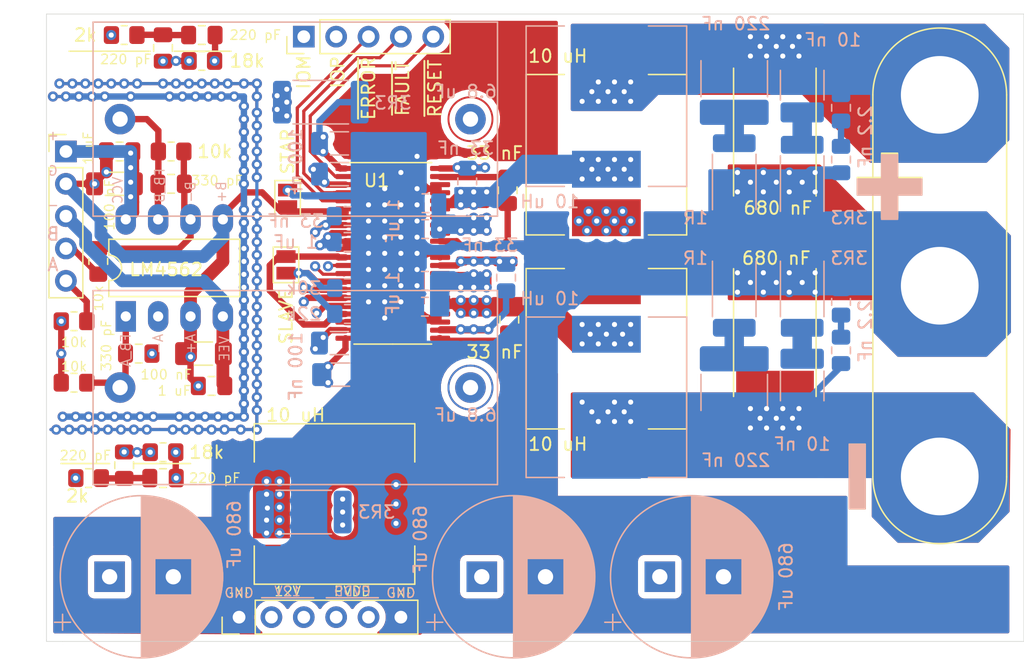
<source format=kicad_pcb>
(kicad_pcb (version 20171130) (host pcbnew "(5.1.9)-1")
  (layers (0 F.Cu signal) (1 In1.Cu signal) (2 In2.Cu signal) (31 B.Cu signal) (34 B.Paste user) (35 F.Paste user) (36 B.SilkS user) (37 F.SilkS user) (38 B.Mask user) (39 F.Mask user) (44 Edge.Cuts user))
  (net 0 "")
  (net 1 /PVDD)
  (net 2 GND)
  (net 3 "Net-(C6-Pad2)")
  (net 4 "Net-(C8-Pad2)")
  (net 5 "Net-(C9-Pad1)")
  (net 6 VCC)
  (net 7 VEE)
  (net 8 "Net-(C14-Pad2)")
  (net 9 "Net-(C15-Pad2)")
  (net 10 "Net-(C16-Pad2)")
  (net 11 /+12V)
  (net 12 "Net-(C18-Pad1)")
  (net 13 /FB_A)
  (net 14 /FB_B)
  (net 15 "Net-(C19-Pad1)")
  (net 16 "Net-(C20-Pad1)")
  (net 17 "Net-(C21-Pad1)")
  (net 18 "Net-(C22-Pad1)")
  (net 19 /OUT_A)
  (net 20 /OUT_B)
  (net 21 "Net-(C23-Pad1)")
  (net 22 /OUT_C)
  (net 23 "Net-(C24-Pad1)")
  (net 24 "Net-(C25-Pad1)")
  (net 25 /OUT_D)
  (net 26 "Net-(C26-Pad2)")
  (net 27 "Net-(C27-Pad2)")
  (net 28 /SPEAKER+)
  (net 29 /SPEAKER-)
  (net 30 "Net-(C32-Pad2)")
  (net 31 "Net-(C34-Pad2)")
  (net 32 "Net-(C36-Pad2)")
  (net 33 "Net-(C37-Pad1)")
  (net 34 "Net-(C38-Pad2)")
  (net 35 "Net-(C39-Pad1)")
  (net 36 /OSC_IOP)
  (net 37 /OSC_IOM)
  (net 38 /~ERROR)
  (net 39 /~FAULT)
  (net 40 /~RESET)
  (net 41 /IN_A)
  (net 42 /IN_B)
  (net 43 GNDA)
  (net 44 "Net-(R4-Pad2)")
  (net 45 /DVDD)
  (net 46 "Net-(JP1-Pad2)")
  (module Capacitor_THT:C_Rect_L31.5mm_W15.0mm_P27.50mm_MKS4 (layer B.Cu) (at 146.939 71.628 180)
    (fp_text reference C21)
    (fp_text value "6.8 uF" (at 0.381 2.159) (layer B.SilkS) (effects (justify mirror)))
    (pad 2 thru_hole circle (at 27.5 0 180) (size 2.4 2.4) (drill 1.2) (layers *.Cu *.Mask) (net 14 /FB_B))
    (pad 1 thru_hole circle (at 0 0 180) (size 2.4 2.4) (drill 1.2) (layers *.Cu *.Mask) (net 17 "Net-(C21-Pad1)"))
  )
  (module Capacitor_SMD:C_0805_2012Metric_Pad1.18x1.45mm_HandSolder (layer B.Cu) (at 137.287 81.28 180)
    (fp_text reference C16)
    (fp_text value "1 uF" (at 4.064 0) (layer B.SilkS) (effects (justify mirror)))
    (pad 2 smd roundrect (at 1.0375 0 180) (size 1.175 1.45) (layers B.Cu B.Paste B.Mask) (roundrect_rratio 0.2127659574468085) (net 10 "Net-(C16-Pad2)"))
    (pad 1 smd roundrect (at -1.0375 0 180) (size 1.175 1.45) (layers B.Cu B.Paste B.Mask) (roundrect_rratio 0.2127659574468085) (net 2 GND))
  )
  (module Capacitor_THT:C_Rect_L31.5mm_W15.0mm_P27.50mm_MKS4 (layer B.Cu) (at 146.939 92.71 180)
    (fp_text reference C20)
    (fp_text value "6.8 uF" (at 0.381 -2.159 180) (layer B.SilkS) (effects (justify mirror)))
    (pad 1 thru_hole circle (at 0 0 180) (size 2.4 2.4) (drill 1.2) (layers *.Cu *.Mask) (net 16 "Net-(C20-Pad1)"))
    (pad 2 thru_hole circle (at 27.5 0 180) (size 2.4 2.4) (drill 1.2) (layers *.Cu *.Mask) (net 13 /FB_A))
  )
  (module Custom_TO:HTSSOP-44_6.1x14mm_P0.635mm_TopEP4.14x7.01mm (layer F.Cu) (at 140.843 82.169)
    (fp_text reference U1 (at -1.27 -5.715) (layer F.SilkS))
    (fp_text value TPA3244)
    (pad 1 smd roundrect (at -3.7125 -6.6675) (size 1.575 0.4) (layers F.Cu F.Paste F.Mask) (net 4 "Net-(C8-Pad2)"))
    (pad 2 smd roundrect (at -3.7125 -6.0325) (size 1.575 0.4) (layers F.Cu F.Paste F.Mask) (net 38 /~ERROR))
    (pad 3 smd roundrect (at -3.7125 -5.3975) (size 1.575 0.4) (layers F.Cu F.Paste F.Mask) (net 9 "Net-(C15-Pad2)"))
    (pad 4 smd roundrect (at -3.7125 -4.7625) (size 1.575 0.4) (layers F.Cu F.Paste F.Mask) (net 39 /~FAULT))
    (pad 5 smd roundrect (at -3.7125 -4.1275) (size 1.575 0.4) (layers F.Cu F.Paste F.Mask) (net 40 /~RESET))
    (pad 6 smd roundrect (at -3.7125 -3.4925) (size 1.575 0.4) (layers F.Cu F.Paste F.Mask) (net 43 GNDA))
    (pad 7 smd roundrect (at -3.7125 -2.8575) (size 1.575 0.4) (layers F.Cu F.Paste F.Mask) (net 43 GNDA))
    (pad 8 smd roundrect (at -3.7125 -2.2225) (size 1.575 0.4) (layers F.Cu F.Paste F.Mask) (net 5 "Net-(C9-Pad1)"))
    (pad 9 smd roundrect (at -3.7125 -1.5875) (size 1.575 0.4) (layers F.Cu F.Paste F.Mask) (net 10 "Net-(C16-Pad2)"))
    (pad 10 smd roundrect (at -3.7125 -0.9525) (size 1.575 0.4) (layers F.Cu F.Paste F.Mask) (net 2 GND))
    (pad 11 smd roundrect (at -3.7125 -0.3175) (size 1.575 0.4) (layers F.Cu F.Paste F.Mask) (net 2 GND))
    (pad 12 smd roundrect (at -3.7125 0.3175) (size 1.575 0.4) (layers F.Cu F.Paste F.Mask) (net 45 /DVDD))
    (pad 13 smd roundrect (at -3.7125 0.9525) (size 1.575 0.4) (layers F.Cu F.Paste F.Mask) (net 36 /OSC_IOP))
    (pad 14 smd roundrect (at -3.7125 1.5875) (size 1.575 0.4) (layers F.Cu F.Paste F.Mask) (net 37 /OSC_IOM))
    (pad 15 smd roundrect (at -3.7125 2.2225) (size 1.575 0.4) (layers F.Cu F.Paste F.Mask) (net 46 "Net-(JP1-Pad2)"))
    (pad 16 smd roundrect (at -3.7125 2.8575) (size 1.575 0.4) (layers F.Cu F.Paste F.Mask) (net 44 "Net-(R4-Pad2)"))
    (pad 17 smd roundrect (at -3.7125 3.4925) (size 1.575 0.4) (layers F.Cu F.Paste F.Mask) (net 17 "Net-(C21-Pad1)"))
    (pad 18 smd roundrect (at -3.7125 4.1275) (size 1.575 0.4) (layers F.Cu F.Paste F.Mask) (net 16 "Net-(C20-Pad1)"))
    (pad 19 smd roundrect (at -3.7125 4.7625) (size 1.575 0.4) (layers F.Cu F.Paste F.Mask) (net 45 /DVDD))
    (pad 20 smd roundrect (at -3.7125 5.3975) (size 1.575 0.4) (layers F.Cu F.Paste F.Mask) (net 2 GND))
    (pad 21 smd roundrect (at -3.7125 6.0325) (size 1.575 0.4) (layers F.Cu F.Paste F.Mask) (net 8 "Net-(C14-Pad2)"))
    (pad 22 smd roundrect (at -3.7125 6.6675) (size 1.575 0.4) (layers F.Cu F.Paste F.Mask) (net 3 "Net-(C6-Pad2)"))
    (pad 23 smd roundrect (at 3.7125 6.6675) (size 1.575 0.4) (layers F.Cu F.Paste F.Mask) (net 18 "Net-(C22-Pad1)"))
    (pad 24 smd roundrect (at 3.7125 6.0325) (size 1.575 0.4) (layers F.Cu F.Paste F.Mask) (net 21 "Net-(C23-Pad1)"))
    (pad 25 smd roundrect (at 3.7125 5.3975) (size 1.575 0.4) (layers F.Cu F.Paste F.Mask) (net 2 GND))
    (pad 26 smd roundrect (at 3.7125 4.7625) (size 1.575 0.4) (layers F.Cu F.Paste F.Mask) (net 2 GND))
    (pad 27 smd roundrect (at 3.7125 4.1275) (size 1.575 0.4) (layers F.Cu F.Paste F.Mask) (net 19 /OUT_A))
    (pad 28 smd roundrect (at 3.7125 3.4925) (size 1.575 0.4) (layers F.Cu F.Paste F.Mask) (net 19 /OUT_A))
    (pad 29 smd roundrect (at 3.7125 2.8575) (size 1.575 0.4) (layers F.Cu F.Paste F.Mask) (net 1 /PVDD))
    (pad 30 smd roundrect (at 3.7125 2.2225) (size 1.575 0.4) (layers F.Cu F.Paste F.Mask) (net 1 /PVDD))
    (pad 31 smd roundrect (at 3.7125 1.5875) (size 1.575 0.4) (layers F.Cu F.Paste F.Mask) (net 1 /PVDD))
    (pad 32 smd roundrect (at 3.7125 0.9525) (size 1.575 0.4) (layers F.Cu F.Paste F.Mask) (net 20 /OUT_B))
    (pad 33 smd roundrect (at 3.7125 0.3175) (size 1.575 0.4) (layers F.Cu F.Paste F.Mask) (net 2 GND))
    (pad 34 smd roundrect (at 3.7125 -0.3175) (size 1.575 0.4) (layers F.Cu F.Paste F.Mask) (net 2 GND))
    (pad 35 smd roundrect (at 3.7125 -0.9525) (size 1.575 0.4) (layers F.Cu F.Paste F.Mask) (net 22 /OUT_C))
    (pad 36 smd roundrect (at 3.7125 -1.5875) (size 1.575 0.4) (layers F.Cu F.Paste F.Mask) (net 1 /PVDD))
    (pad 37 smd roundrect (at 3.7125 -2.2225) (size 1.575 0.4) (layers F.Cu F.Paste F.Mask) (net 1 /PVDD))
    (pad 38 smd roundrect (at 3.7125 -2.8575) (size 1.575 0.4) (layers F.Cu F.Paste F.Mask) (net 1 /PVDD))
    (pad 39 smd roundrect (at 3.7125 -3.4925) (size 1.575 0.4) (layers F.Cu F.Paste F.Mask) (net 25 /OUT_D))
    (pad 40 smd roundrect (at 3.7125 -4.1275) (size 1.575 0.4) (layers F.Cu F.Paste F.Mask) (net 25 /OUT_D))
    (pad 41 smd roundrect (at 3.7125 -4.7625) (size 1.575 0.4) (layers F.Cu F.Paste F.Mask) (net 2 GND))
    (pad 42 smd roundrect (at 3.7125 -5.3975) (size 1.575 0.4) (layers F.Cu F.Paste F.Mask) (net 2 GND))
    (pad 43 smd roundrect (at 3.7125 -6.0325) (size 1.575 0.4) (layers F.Cu F.Paste F.Mask) (net 23 "Net-(C24-Pad1)"))
    (pad 44 smd roundrect (at 3.7125 -6.6675) (size 1.575 0.4) (layers F.Cu F.Paste F.Mask) (net 24 "Net-(C25-Pad1)"))
    (pad 0 smd rect (at 0 0) (size 5 8) (layers F.Cu F.Paste F.Mask) (net 2 GND))
  )
  (module Capacitor_SMD:C_0805_2012Metric_Pad1.18x1.45mm_HandSolder (layer B.Cu) (at 137.287 79.248)
    (fp_text reference C9)
    (fp_text value "33 nF" (at -4.064 0.381 180) (layer B.SilkS) (effects (justify mirror)))
    (pad 1 smd roundrect (at -1.0375 0) (size 1.175 1.45) (layers B.Cu B.Paste B.Mask) (roundrect_rratio 0.2127659574468085) (net 5 "Net-(C9-Pad1)"))
    (pad 2 smd roundrect (at 1.0375 0) (size 1.175 1.45) (layers B.Cu B.Paste B.Mask) (roundrect_rratio 0.2127659574468085) (net 2 GND))
  )
  (module Capacitor_THT:CP_Radial_D12.5mm_P5.00mm (layer B.Cu) (at 147.828 107.569)
    (fp_text reference C1)
    (fp_text value "680 uF" (at -4.826 -2.921 90) (layer B.SilkS) (effects (justify mirror)))
    (pad 1 thru_hole rect (at 0 0) (size 2.4 2.4) (drill 1.2) (layers *.Cu *.Mask) (net 1 /PVDD))
    (pad 2 thru_hole circle (at 5 0) (size 2.4 2.4) (drill 1.2) (layers *.Cu *.Mask) (net 2 GND))
  )
  (module Large_Capacitor:C_2824 (layer F.Cu) (at 170.942 88.392)
    (fp_text reference C31)
    (fp_text value "680 nF" (at 0 -5.842 180) (layer F.SilkS))
    (pad 2 smd rect (at -0.1 4) (size 6.1 2) (layers F.Cu F.Paste F.Mask) (net 29 /SPEAKER-))
    (pad 1 smd rect (at -0.1 -4) (size 6.1 2) (layers F.Cu F.Paste F.Mask) (net 2 GND))
  )
  (module Large_Capacitor:C_2824 (layer F.Cu) (at 170.942 72.644)
    (fp_text reference C30)
    (fp_text value "680 nF" (at 0.127 5.969) (layer F.SilkS))
    (pad 2 smd rect (at -0.1 4) (size 6.1 2) (layers F.Cu F.Paste F.Mask) (net 2 GND))
    (pad 1 smd rect (at -0.1 -4) (size 6.1 2) (layers F.Cu F.Paste F.Mask) (net 28 /SPEAKER+))
  )
  (module Capacitor_THT:CP_Radial_D12.5mm_P5.00mm (layer B.Cu) (at 161.798 107.569)
    (fp_text reference C2)
    (fp_text value "680 uF" (at 9.906 0 90) (layer B.SilkS) (effects (justify mirror)))
    (pad 2 thru_hole circle (at 5 0) (size 2.4 2.4) (drill 1.2) (layers *.Cu *.Mask) (net 2 GND))
    (pad 1 thru_hole rect (at 0 0) (size 2.4 2.4) (drill 1.2) (layers *.Cu *.Mask) (net 1 /PVDD))
  )
  (module Capacitor_SMD:C_0805_2012Metric_Pad1.18x1.45mm_HandSolder (layer B.Cu) (at 143.3615 86.36 180)
    (fp_text reference C3)
    (fp_text value "1 uF" (at 2.5185 1.016 270) (layer B.SilkS) (effects (justify mirror)))
    (pad 2 smd roundrect (at 1.0375 0 180) (size 1.175 1.45) (layers B.Cu B.Paste B.Mask) (roundrect_rratio 0.2127659574468085) (net 2 GND))
    (pad 1 smd roundrect (at -1.0375 0 180) (size 1.175 1.45) (layers B.Cu B.Paste B.Mask) (roundrect_rratio 0.2127659574468085) (net 1 /PVDD))
  )
  (module Capacitor_SMD:C_0805_2012Metric_Pad1.18x1.45mm_HandSolder (layer B.Cu) (at 143.383 80.264 180)
    (fp_text reference C4)
    (fp_text value "1 uF" (at 2.54 0.635 90) (layer B.SilkS) (effects (justify mirror)))
    (pad 1 smd roundrect (at -1.0375 0 180) (size 1.175 1.45) (layers B.Cu B.Paste B.Mask) (roundrect_rratio 0.2127659574468085) (net 1 /PVDD))
    (pad 2 smd roundrect (at 1.0375 0 180) (size 1.175 1.45) (layers B.Cu B.Paste B.Mask) (roundrect_rratio 0.2127659574468085) (net 2 GND))
  )
  (module Capacitor_SMD:C_0805_2012Metric_Pad1.18x1.45mm_HandSolder (layer B.Cu) (at 143.4045 78.232 180)
    (fp_text reference C5)
    (fp_text value "1 uF" (at 2.5615 -1.397 270) (layer B.SilkS) (effects (justify mirror)))
    (pad 2 smd roundrect (at 1.0375 0 180) (size 1.175 1.45) (layers B.Cu B.Paste B.Mask) (roundrect_rratio 0.2127659574468085) (net 2 GND))
    (pad 1 smd roundrect (at -1.0375 0 180) (size 1.175 1.45) (layers B.Cu B.Paste B.Mask) (roundrect_rratio 0.2127659574468085) (net 1 /PVDD))
  )
  (module Capacitor_SMD:C_1206_3216Metric_Pad1.33x1.80mm_HandSolder (layer B.Cu) (at 136.7405 91.694 180)
    (fp_text reference C6)
    (fp_text value "100 nF" (at 3.5175 0.635 90) (layer B.SilkS) (effects (justify mirror)))
    (pad 2 smd roundrect (at 1.5625 0 180) (size 1.325 1.8) (layers B.Cu B.Paste B.Mask) (roundrect_rratio 0.1886777358490566) (net 3 "Net-(C6-Pad2)"))
    (pad 1 smd roundrect (at -1.5625 0 180) (size 1.325 1.8) (layers B.Cu B.Paste B.Mask) (roundrect_rratio 0.1886777358490566) (net 2 GND))
  )
  (module Capacitor_SMD:C_0805_2012Metric_Pad1.18x1.45mm_HandSolder (layer B.Cu) (at 143.3615 84.328 180)
    (fp_text reference C7)
    (fp_text value "1 uF" (at 2.5185 -1.016 270) (layer B.SilkS) (effects (justify mirror)))
    (pad 1 smd roundrect (at -1.0375 0 180) (size 1.175 1.45) (layers B.Cu B.Paste B.Mask) (roundrect_rratio 0.2127659574468085) (net 1 /PVDD))
    (pad 2 smd roundrect (at 1.0375 0 180) (size 1.175 1.45) (layers B.Cu B.Paste B.Mask) (roundrect_rratio 0.2127659574468085) (net 2 GND))
  )
  (module Capacitor_SMD:C_1206_3216Metric_Pad1.33x1.80mm_HandSolder (layer B.Cu) (at 136.652 73.533 180)
    (fp_text reference C8)
    (fp_text value "100 nF" (at 3.429 -1.524 90) (layer B.SilkS) (effects (justify mirror)))
    (pad 1 smd roundrect (at -1.5625 0 180) (size 1.325 1.8) (layers B.Cu B.Paste B.Mask) (roundrect_rratio 0.1886777358490566) (net 2 GND))
    (pad 2 smd roundrect (at 1.5625 0 180) (size 1.325 1.8) (layers B.Cu B.Paste B.Mask) (roundrect_rratio 0.1886777358490566) (net 4 "Net-(C8-Pad2)"))
  )
  (module Capacitor_SMD:C_0805_2012Metric_Pad1.18x1.45mm_HandSolder (layer F.Cu) (at 119.4015 74.168 180)
    (fp_text reference C10)
    (fp_text value "1 uF" (at 2.4599 0.254 270) (layer F.SilkS) (effects (font (size 0.75 0.75) (thickness 0.1))))
    (pad 2 smd roundrect (at 1.0375 0 180) (size 1.175 1.45) (layers F.Cu F.Paste F.Mask) (roundrect_rratio 0.2127659574468085) (net 43 GNDA))
    (pad 1 smd roundrect (at -1.0375 0 180) (size 1.175 1.45) (layers F.Cu F.Paste F.Mask) (roundrect_rratio 0.2127659574468085) (net 6 VCC))
  )
  (module Capacitor_SMD:C_0805_2012Metric_Pad1.18x1.45mm_HandSolder (layer F.Cu) (at 126.619 92.583)
    (fp_text reference C11)
    (fp_text value "1 uF" (at -2.921 0.381 180) (layer F.SilkS) (effects (font (size 0.75 0.75) (thickness 0.1))))
    (pad 1 smd roundrect (at -1.0375 0) (size 1.175 1.45) (layers F.Cu F.Paste F.Mask) (roundrect_rratio 0.2127659574468085) (net 43 GNDA))
    (pad 2 smd roundrect (at 1.0375 0) (size 1.175 1.45) (layers F.Cu F.Paste F.Mask) (roundrect_rratio 0.2127659574468085) (net 7 VEE))
  )
  (module Capacitor_SMD:C_1206_3216Metric_Pad1.33x1.80mm_HandSolder (layer F.Cu) (at 118.999 76.708 180)
    (fp_text reference C12)
    (fp_text value "100 nF" (at 0.381 -1.651 270) (layer F.SilkS) (effects (font (size 0.75 0.75) (thickness 0.1))))
    (pad 1 smd roundrect (at -1.5625 0 180) (size 1.325 1.8) (layers F.Cu F.Paste F.Mask) (roundrect_rratio 0.1886777358490566) (net 6 VCC))
    (pad 2 smd roundrect (at 1.5625 0 180) (size 1.325 1.8) (layers F.Cu F.Paste F.Mask) (roundrect_rratio 0.1886777358490566) (net 43 GNDA))
  )
  (module Capacitor_SMD:C_1206_3216Metric_Pad1.33x1.80mm_HandSolder (layer F.Cu) (at 125.984 90.043)
    (fp_text reference C13)
    (fp_text value "100 nF" (at -2.921 1.651 180) (layer F.SilkS) (effects (font (size 0.75 0.75) (thickness 0.1))))
    (pad 2 smd roundrect (at 1.5625 0) (size 1.325 1.8) (layers F.Cu F.Paste F.Mask) (roundrect_rratio 0.1886777358490566) (net 7 VEE))
    (pad 1 smd roundrect (at -1.5625 0) (size 1.325 1.8) (layers F.Cu F.Paste F.Mask) (roundrect_rratio 0.1886777358490566) (net 43 GNDA))
  )
  (module Capacitor_SMD:C_1206_3216Metric_Pad1.33x1.80mm_HandSolder (layer B.Cu) (at 136.652 89.2175 180)
    (fp_text reference C14)
    (fp_text value "100 nF" (at 3.429 -1.8415 90) (layer B.SilkS) (effects (justify mirror)))
    (pad 1 smd roundrect (at -1.5625 0 180) (size 1.325 1.8) (layers B.Cu B.Paste B.Mask) (roundrect_rratio 0.1886777358490566) (net 2 GND))
    (pad 2 smd roundrect (at 1.5625 0 180) (size 1.325 1.8) (layers B.Cu B.Paste B.Mask) (roundrect_rratio 0.1886777358490566) (net 8 "Net-(C14-Pad2)"))
  )
  (module Capacitor_SMD:C_1206_3216Metric_Pad1.33x1.80mm_HandSolder (layer B.Cu) (at 136.652 75.946 180)
    (fp_text reference C15)
    (fp_text value "100 nF" (at 3.429 0.889 270) (layer B.SilkS) (effects (justify mirror)))
    (pad 2 smd roundrect (at 1.5625 0 180) (size 1.325 1.8) (layers B.Cu B.Paste B.Mask) (roundrect_rratio 0.1886777358490566) (net 9 "Net-(C15-Pad2)"))
    (pad 1 smd roundrect (at -1.5625 0 180) (size 1.325 1.8) (layers B.Cu B.Paste B.Mask) (roundrect_rratio 0.1886777358490566) (net 2 GND))
  )
  (module Capacitor_THT:CP_Radial_D12.5mm_P5.00mm (layer B.Cu) (at 118.618 107.569)
    (fp_text reference C17)
    (fp_text value "680 uF" (at 9.779 -3.302 90) (layer B.SilkS) (effects (justify mirror)))
    (pad 1 thru_hole rect (at 0 0) (size 2.4 2.4) (drill 1.2) (layers *.Cu *.Mask) (net 11 /+12V))
    (pad 2 thru_hole circle (at 5 0) (size 2.4 2.4) (drill 1.2) (layers *.Cu *.Mask) (net 2 GND))
  )
  (module Capacitor_SMD:C_0805_2012Metric_Pad1.18x1.45mm_HandSolder (layer F.Cu) (at 120.904 90.043 180)
    (fp_text reference C19)
    (fp_text value "330 pF" (at 2.54 0.635 270) (layer F.SilkS) (effects (font (size 0.75 0.75) (thickness 0.1))))
    (pad 1 smd roundrect (at -1.0375 0 180) (size 1.175 1.45) (layers F.Cu F.Paste F.Mask) (roundrect_rratio 0.2127659574468085) (net 15 "Net-(C19-Pad1)"))
    (pad 2 smd roundrect (at 1.0375 0 180) (size 1.175 1.45) (layers F.Cu F.Paste F.Mask) (roundrect_rratio 0.2127659574468085) (net 13 /FB_A))
  )
  (module Capacitor_SMD:C_0805_2012Metric_Pad1.18x1.45mm_HandSolder (layer F.Cu) (at 123.444 76.708 180)
    (fp_text reference C18)
    (fp_text value "330 pF" (at -3.6068 0.254 180) (layer F.SilkS) (effects (font (size 0.75 0.75) (thickness 0.1))))
    (pad 2 smd roundrect (at 1.0375 0 180) (size 1.175 1.45) (layers F.Cu F.Paste F.Mask) (roundrect_rratio 0.2127659574468085) (net 14 /FB_B))
    (pad 1 smd roundrect (at -1.0375 0 180) (size 1.175 1.45) (layers F.Cu F.Paste F.Mask) (roundrect_rratio 0.2127659574468085) (net 12 "Net-(C18-Pad1)"))
  )
  (module Capacitor_SMD:C_0805_2012Metric_Pad1.18x1.45mm_HandSolder (layer F.Cu) (at 149.987 87.376 90)
    (fp_text reference C22)
    (fp_text value "33 nF" (at -2.54 -1.143) (layer F.SilkS))
    (pad 1 smd roundrect (at -1.0375 0 90) (size 1.175 1.45) (layers F.Cu F.Paste F.Mask) (roundrect_rratio 0.2127659574468085) (net 18 "Net-(C22-Pad1)"))
    (pad 2 smd roundrect (at 1.0375 0 90) (size 1.175 1.45) (layers F.Cu F.Paste F.Mask) (roundrect_rratio 0.2127659574468085) (net 19 /OUT_A))
  )
  (module Capacitor_SMD:C_0805_2012Metric_Pad1.18x1.45mm_HandSolder (layer B.Cu) (at 149.733 84.074 90)
    (fp_text reference C23)
    (fp_text value "33 nF" (at 2.54 -1.27) (layer B.SilkS) (effects (justify mirror)))
    (pad 2 smd roundrect (at 1.0375 0 90) (size 1.175 1.45) (layers B.Cu B.Paste B.Mask) (roundrect_rratio 0.2127659574468085) (net 20 /OUT_B))
    (pad 1 smd roundrect (at -1.0375 0 90) (size 1.175 1.45) (layers B.Cu B.Paste B.Mask) (roundrect_rratio 0.2127659574468085) (net 21 "Net-(C23-Pad1)"))
  )
  (module Capacitor_SMD:C_0805_2012Metric_Pad1.18x1.45mm_HandSolder (layer F.Cu) (at 149.86 77.216 270)
    (fp_text reference C24)
    (fp_text value "33 nF" (at -2.921 1.016 180) (layer F.SilkS))
    (pad 2 smd roundrect (at 1.0375 0 270) (size 1.175 1.45) (layers F.Cu F.Paste F.Mask) (roundrect_rratio 0.2127659574468085) (net 22 /OUT_C))
    (pad 1 smd roundrect (at -1.0375 0 270) (size 1.175 1.45) (layers F.Cu F.Paste F.Mask) (roundrect_rratio 0.2127659574468085) (net 23 "Net-(C24-Pad1)"))
  )
  (module Capacitor_SMD:C_0805_2012Metric_Pad1.18x1.45mm_HandSolder (layer B.Cu) (at 146.685 76.5175 270)
    (fp_text reference C25)
    (fp_text value "33 nF" (at -2.6035 0.127 180) (layer B.SilkS) (effects (justify mirror)))
    (pad 1 smd roundrect (at -1.0375 0 270) (size 1.175 1.45) (layers B.Cu B.Paste B.Mask) (roundrect_rratio 0.2127659574468085) (net 24 "Net-(C25-Pad1)"))
    (pad 2 smd roundrect (at 1.0375 0 270) (size 1.175 1.45) (layers B.Cu B.Paste B.Mask) (roundrect_rratio 0.2127659574468085) (net 25 /OUT_D))
  )
  (module Capacitor_SMD:C_0805_2012Metric_Pad1.18x1.45mm_HandSolder (layer F.Cu) (at 122.809 66.04 90)
    (fp_text reference C26)
    (fp_text value "220 pF" (at -0.889 -2.921 180) (layer F.SilkS) (effects (font (size 0.75 0.75) (thickness 0.1))))
    (pad 2 smd roundrect (at 1.0375 0 90) (size 1.175 1.45) (layers F.Cu F.Paste F.Mask) (roundrect_rratio 0.2127659574468085) (net 26 "Net-(C26-Pad2)"))
    (pad 1 smd roundrect (at -1.0375 0 90) (size 1.175 1.45) (layers F.Cu F.Paste F.Mask) (roundrect_rratio 0.2127659574468085) (net 13 /FB_A))
  )
  (module Capacitor_SMD:C_0805_2012Metric_Pad1.18x1.45mm_HandSolder (layer F.Cu) (at 119.761 98.806 270)
    (fp_text reference C27)
    (fp_text value "220 pF" (at -0.762 3.048 180) (layer F.SilkS) (effects (font (size 0.75 0.75) (thickness 0.1))))
    (pad 2 smd roundrect (at 1.0375 0 270) (size 1.175 1.45) (layers F.Cu F.Paste F.Mask) (roundrect_rratio 0.2127659574468085) (net 27 "Net-(C27-Pad2)"))
    (pad 1 smd roundrect (at -1.0375 0 270) (size 1.175 1.45) (layers F.Cu F.Paste F.Mask) (roundrect_rratio 0.2127659574468085) (net 14 /FB_B))
  )
  (module Capacitor_SMD:C_0805_2012Metric_Pad1.18x1.45mm_HandSolder (layer F.Cu) (at 125.857 65.024)
    (fp_text reference C28)
    (fp_text value "220 pF" (at 4.191 0) (layer F.SilkS) (effects (font (size 0.75 0.75) (thickness 0.1))))
    (pad 1 smd roundrect (at -1.0375 0) (size 1.175 1.45) (layers F.Cu F.Paste F.Mask) (roundrect_rratio 0.2127659574468085) (net 26 "Net-(C26-Pad2)"))
    (pad 2 smd roundrect (at 1.0375 0) (size 1.175 1.45) (layers F.Cu F.Paste F.Mask) (roundrect_rratio 0.2127659574468085) (net 28 /SPEAKER+))
  )
  (module Capacitor_SMD:C_0805_2012Metric_Pad1.18x1.45mm_HandSolder (layer F.Cu) (at 122.809 99.822)
    (fp_text reference C29)
    (fp_text value "220 pF" (at 4.064 0) (layer F.SilkS) (effects (font (size 0.75 0.75) (thickness 0.1))))
    (pad 2 smd roundrect (at 1.0375 0) (size 1.175 1.45) (layers F.Cu F.Paste F.Mask) (roundrect_rratio 0.2127659574468085) (net 29 /SPEAKER-))
    (pad 1 smd roundrect (at -1.0375 0) (size 1.175 1.45) (layers F.Cu F.Paste F.Mask) (roundrect_rratio 0.2127659574468085) (net 27 "Net-(C27-Pad2)"))
  )
  (module Capacitor_SMD:C_0805_2012Metric_Pad1.18x1.45mm_HandSolder (layer B.Cu) (at 176.022 70.739 270)
    (fp_text reference C32)
    (fp_text value "2.2 nF" (at 2.286 -1.905 90) (layer B.SilkS) (effects (justify mirror)))
    (pad 1 smd roundrect (at -1.0375 0 270) (size 1.175 1.45) (layers B.Cu B.Paste B.Mask) (roundrect_rratio 0.2127659574468085) (net 28 /SPEAKER+))
    (pad 2 smd roundrect (at 1.0375 0 270) (size 1.175 1.45) (layers B.Cu B.Paste B.Mask) (roundrect_rratio 0.2127659574468085) (net 30 "Net-(C32-Pad2)"))
  )
  (module Capacitor_SMD:C_0805_2012Metric_Pad1.18x1.45mm_HandSolder (layer B.Cu) (at 176.022 74.803 270)
    (fp_text reference C33)
    (fp_text value "2.2 nF" (at -1.778 -1.905 270) (layer B.SilkS) (effects (justify mirror)))
    (pad 1 smd roundrect (at -1.0375 0 270) (size 1.175 1.45) (layers B.Cu B.Paste B.Mask) (roundrect_rratio 0.2127659574468085) (net 30 "Net-(C32-Pad2)"))
    (pad 2 smd roundrect (at 1.0375 0 270) (size 1.175 1.45) (layers B.Cu B.Paste B.Mask) (roundrect_rratio 0.2127659574468085) (net 2 GND))
  )
  (module Capacitor_SMD:C_0805_2012Metric_Pad1.18x1.45mm_HandSolder (layer B.Cu) (at 176.022 85.979 270)
    (fp_text reference C34)
    (fp_text value "2.2 nF" (at 2.286 -1.905 90) (layer B.SilkS) (effects (justify mirror)))
    (pad 2 smd roundrect (at 1.0375 0 270) (size 1.175 1.45) (layers B.Cu B.Paste B.Mask) (roundrect_rratio 0.2127659574468085) (net 31 "Net-(C34-Pad2)"))
    (pad 1 smd roundrect (at -1.0375 0 270) (size 1.175 1.45) (layers B.Cu B.Paste B.Mask) (roundrect_rratio 0.2127659574468085) (net 2 GND))
  )
  (module Capacitor_SMD:C_0805_2012Metric_Pad1.18x1.45mm_HandSolder (layer B.Cu) (at 176.022 89.789 270)
    (fp_text reference C35)
    (fp_text value "2.2 nF" (at -1.524 -1.905 270) (layer B.SilkS) (effects (justify mirror)))
    (pad 1 smd roundrect (at -1.0375 0 270) (size 1.175 1.45) (layers B.Cu B.Paste B.Mask) (roundrect_rratio 0.2127659574468085) (net 31 "Net-(C34-Pad2)"))
    (pad 2 smd roundrect (at 1.0375 0 270) (size 1.175 1.45) (layers B.Cu B.Paste B.Mask) (roundrect_rratio 0.2127659574468085) (net 29 /SPEAKER-))
  )
  (module Capacitor_SMD:C_1812_4532Metric_Pad1.57x3.40mm_HandSolder (layer B.Cu) (at 172.974 68.961 270)
    (fp_text reference C38)
    (fp_text value "10 nF" (at -3.556 -2.413) (layer B.SilkS) (effects (justify mirror)))
    (pad 1 smd roundrect (at -2.1375 0 270) (size 1.575 3.4) (layers B.Cu B.Paste B.Mask) (roundrect_rratio 0.1587288888888889) (net 28 /SPEAKER+))
    (pad 2 smd roundrect (at 2.1375 0 270) (size 1.575 3.4) (layers B.Cu B.Paste B.Mask) (roundrect_rratio 0.1587288888888889) (net 34 "Net-(C38-Pad2)"))
  )
  (module Capacitor_SMD:C_1812_4532Metric_Pad1.57x3.40mm_HandSolder (layer B.Cu) (at 172.974 92.583 270)
    (fp_text reference C39)
    (fp_text value "10 nF" (at 4.572 0) (layer B.SilkS) (effects (justify mirror)))
    (pad 2 smd roundrect (at 2.1375 0 270) (size 1.575 3.4) (layers B.Cu B.Paste B.Mask) (roundrect_rratio 0.1587288888888889) (net 29 /SPEAKER-))
    (pad 1 smd roundrect (at -2.1375 0 270) (size 1.575 3.4) (layers B.Cu B.Paste B.Mask) (roundrect_rratio 0.1587288888888889) (net 35 "Net-(C39-Pad1)"))
  )
  (module Connector_PinHeader_2.54mm:PinHeader_1x05_P2.54mm_Vertical (layer F.Cu) (at 133.858 65.151 90)
    (fp_text reference J1 hide)
    (fp_text value Conn_01x05_Male)
    (pad 1 thru_hole rect (at 0 0 90) (size 1.7 1.7) (drill 1) (layers *.Cu *.Mask) (net 37 /OSC_IOM))
    (pad 2 thru_hole oval (at 0 2.54 90) (size 1.7 1.7) (drill 1) (layers *.Cu *.Mask) (net 36 /OSC_IOP))
    (pad 3 thru_hole oval (at 0 5.08 90) (size 1.7 1.7) (drill 1) (layers *.Cu *.Mask) (net 40 /~RESET))
    (pad 4 thru_hole oval (at 0 7.62 90) (size 1.7 1.7) (drill 1) (layers *.Cu *.Mask) (net 39 /~FAULT))
    (pad 5 thru_hole oval (at 0 10.16 90) (size 1.7 1.7) (drill 1) (layers *.Cu *.Mask) (net 38 /~ERROR))
  )
  (module Connector_PinHeader_2.54mm:PinHeader_1x05_P2.54mm_Vertical (layer F.Cu) (at 115.189 74.168)
    (fp_text reference J3)
    (fp_text value Conn_01x05_Male hide)
    (pad 5 thru_hole oval (at 0 10.16) (size 1.7 1.7) (drill 1) (layers *.Cu *.Mask) (net 41 /IN_A))
    (pad 4 thru_hole oval (at 0 7.62) (size 1.7 1.7) (drill 1) (layers *.Cu *.Mask) (net 42 /IN_B))
    (pad 3 thru_hole oval (at 0 5.08) (size 1.7 1.7) (drill 1) (layers *.Cu *.Mask) (net 7 VEE))
    (pad 2 thru_hole oval (at 0 2.54) (size 1.7 1.7) (drill 1) (layers *.Cu *.Mask) (net 43 GNDA))
    (pad 1 thru_hole rect (at 0 0) (size 1.7 1.7) (drill 1) (layers *.Cu *.Mask) (net 6 VCC))
  )
  (module Inductor_SMD:L_12x12mm_H6mm (layer F.Cu) (at 136.271 101.854 180)
    (fp_text reference L1)
    (fp_text value "10 uH" (at 3.048 6.985) (layer F.SilkS))
    (pad 1 smd rect (at -4.95 0 180) (size 2.9 5.4) (layers F.Cu F.Paste F.Mask) (net 8 "Net-(C14-Pad2)"))
    (pad 2 smd rect (at 4.95 0 180) (size 2.9 5.4) (layers F.Cu F.Paste F.Mask) (net 11 /+12V))
  )
  (module Inductor_SMD:L_12x12mm_H6mm (layer F.Cu) (at 157.607 74.422 90)
    (fp_text reference L2)
    (fp_text value "10 uH" (at 7.747 -3.81 180) (layer F.SilkS))
    (pad 1 smd rect (at -4.95 0 90) (size 2.9 5.4) (layers F.Cu F.Paste F.Mask) (net 20 /OUT_B))
    (pad 2 smd rect (at 4.95 0 90) (size 2.9 5.4) (layers F.Cu F.Paste F.Mask) (net 28 /SPEAKER+))
  )
  (module Inductor_SMD:L_12x12mm_H6mm (layer B.Cu) (at 157.607 70.612 90)
    (fp_text reference L3)
    (fp_text value "10 uH" (at -7.493 -4.445) (layer B.SilkS) (effects (justify mirror)))
    (pad 2 smd rect (at 4.95 0 90) (size 2.9 5.4) (layers B.Cu B.Paste B.Mask) (net 28 /SPEAKER+))
    (pad 1 smd rect (at -4.95 0 90) (size 2.9 5.4) (layers B.Cu B.Paste B.Mask) (net 25 /OUT_D))
  )
  (module Inductor_SMD:L_12x12mm_H6mm (layer F.Cu) (at 157.607 89.662 270)
    (fp_text reference L4)
    (fp_text value "10 uH" (at 7.493 3.81 180) (layer F.SilkS))
    (pad 1 smd rect (at -4.95 0 270) (size 2.9 5.4) (layers F.Cu F.Paste F.Mask) (net 22 /OUT_C))
    (pad 2 smd rect (at 4.95 0 270) (size 2.9 5.4) (layers F.Cu F.Paste F.Mask) (net 29 /SPEAKER-))
  )
  (module Inductor_SMD:L_12x12mm_H6mm (layer B.Cu) (at 157.607 93.472 270)
    (fp_text reference L5)
    (fp_text value "10 uH" (at -7.747 4.445) (layer B.SilkS) (effects (justify mirror)))
    (pad 2 smd rect (at 4.95 0 270) (size 2.9 5.4) (layers B.Cu B.Paste B.Mask) (net 29 /SPEAKER-))
    (pad 1 smd rect (at -4.95 0 270) (size 2.9 5.4) (layers B.Cu B.Paste B.Mask) (net 19 /OUT_A))
  )
  (module Resistor_SMD:R_0805_2012Metric_Pad1.20x1.40mm_HandSolder (layer B.Cu) (at 137.287 84.8995 180)
    (fp_text reference R3)
    (fp_text value 30k (at 3.429 0) (layer B.SilkS) (effects (justify mirror)))
    (pad 2 smd roundrect (at 1 0 180) (size 1.2 1.4) (layers B.Cu B.Paste B.Mask) (roundrect_rratio 0.2083325) (net 46 "Net-(JP1-Pad2)"))
    (pad 1 smd roundrect (at -1 0 180) (size 1.2 1.4) (layers B.Cu B.Paste B.Mask) (roundrect_rratio 0.2083325) (net 2 GND))
  )
  (module Resistor_SMD:R_0805_2012Metric_Pad1.20x1.40mm_HandSolder (layer B.Cu) (at 137.287 86.9315 180)
    (fp_text reference R4)
    (fp_text value 22k (at 3.429 0) (layer B.SilkS) (effects (justify mirror)))
    (pad 1 smd roundrect (at -1 0 180) (size 1.2 1.4) (layers B.Cu B.Paste B.Mask) (roundrect_rratio 0.2083325) (net 2 GND))
    (pad 2 smd roundrect (at 1 0 180) (size 1.2 1.4) (layers B.Cu B.Paste B.Mask) (roundrect_rratio 0.2083325) (net 44 "Net-(R4-Pad2)"))
  )
  (module Resistor_SMD:R_0805_2012Metric_Pad1.20x1.40mm_HandSolder (layer F.Cu) (at 115.824 87.503)
    (fp_text reference R5)
    (fp_text value 10k (at 0 1.651) (layer F.SilkS) (effects (font (size 0.75 0.75) (thickness 0.1))))
    (pad 2 smd roundrect (at 1 0) (size 1.2 1.4) (layers F.Cu F.Paste F.Mask) (roundrect_rratio 0.2083325) (net 41 /IN_A))
    (pad 1 smd roundrect (at -1 0) (size 1.2 1.4) (layers F.Cu F.Paste F.Mask) (roundrect_rratio 0.2083325) (net 15 "Net-(C19-Pad1)"))
  )
  (module Resistor_SMD:R_0805_2012Metric_Pad1.20x1.40mm_HandSolder (layer F.Cu) (at 117.729 82.804 270)
    (fp_text reference R6)
    (fp_text value 10k (at 2.8956 0 90) (layer F.SilkS) (effects (font (size 0.75 0.75) (thickness 0.1))))
    (pad 1 smd roundrect (at -1 0 270) (size 1.2 1.4) (layers F.Cu F.Paste F.Mask) (roundrect_rratio 0.2083325) (net 12 "Net-(C18-Pad1)"))
    (pad 2 smd roundrect (at 1 0 270) (size 1.2 1.4) (layers F.Cu F.Paste F.Mask) (roundrect_rratio 0.2083325) (net 42 /IN_B))
  )
  (module Resistor_SMD:R_0805_2012Metric_Pad1.20x1.40mm_HandSolder (layer F.Cu) (at 115.824 92.329 180)
    (fp_text reference R8)
    (fp_text value 10k (at 0 1.27 180) (layer F.SilkS) (effects (font (size 0.75 0.75) (thickness 0.1))))
    (pad 2 smd roundrect (at 1 0 180) (size 1.2 1.4) (layers F.Cu F.Paste F.Mask) (roundrect_rratio 0.208) (net 15 "Net-(C19-Pad1)"))
    (pad 1 smd roundrect (at -1 0 180) (size 1.2 1.4) (layers F.Cu F.Paste F.Mask) (roundrect_rratio 0.2083325) (net 13 /FB_A))
  )
  (module Resistor_SMD:R_0805_2012Metric_Pad1.20x1.40mm_HandSolder (layer F.Cu) (at 123.444 74.168)
    (fp_text reference R7)
    (fp_text value 10k (at 3.429 0 180) (layer F.SilkS))
    (pad 1 smd roundrect (at -1 0) (size 1.2 1.4) (layers F.Cu F.Paste F.Mask) (roundrect_rratio 0.2083325) (net 14 /FB_B))
    (pad 2 smd roundrect (at 1 0) (size 1.2 1.4) (layers F.Cu F.Paste F.Mask) (roundrect_rratio 0.2083325) (net 12 "Net-(C18-Pad1)"))
  )
  (module Resistor_SMD:R_0805_2012Metric_Pad1.20x1.40mm_HandSolder (layer F.Cu) (at 125.857 67.056)
    (fp_text reference R9)
    (fp_text value 18k (at 3.556 0 180) (layer F.SilkS))
    (pad 1 smd roundrect (at -1 0) (size 1.2 1.4) (layers F.Cu F.Paste F.Mask) (roundrect_rratio 0.2083325) (net 13 /FB_A))
    (pad 2 smd roundrect (at 1 0) (size 1.2 1.4) (layers F.Cu F.Paste F.Mask) (roundrect_rratio 0.2083325) (net 28 /SPEAKER+))
  )
  (module Resistor_SMD:R_0805_2012Metric_Pad1.20x1.40mm_HandSolder (layer F.Cu) (at 122.809 97.79 180)
    (fp_text reference R10)
    (fp_text value 18k (at -3.429 0) (layer F.SilkS))
    (pad 1 smd roundrect (at -1 0 180) (size 1.2 1.4) (layers F.Cu F.Paste F.Mask) (roundrect_rratio 0.2083325) (net 29 /SPEAKER-))
    (pad 2 smd roundrect (at 1 0 180) (size 1.2 1.4) (layers F.Cu F.Paste F.Mask) (roundrect_rratio 0.2083325) (net 14 /FB_B))
  )
  (module Resistor_SMD:R_0805_2012Metric_Pad1.20x1.40mm_HandSolder (layer F.Cu) (at 119.761 65.024 180)
    (fp_text reference R11)
    (fp_text value 2k (at 3.048 0) (layer F.SilkS))
    (pad 2 smd roundrect (at 1 0 180) (size 1.2 1.4) (layers F.Cu F.Paste F.Mask) (roundrect_rratio 0.2083325) (net 43 GNDA))
    (pad 1 smd roundrect (at -1 0 180) (size 1.2 1.4) (layers F.Cu F.Paste F.Mask) (roundrect_rratio 0.2083325) (net 26 "Net-(C26-Pad2)"))
  )
  (module Resistor_SMD:R_0805_2012Metric_Pad1.20x1.40mm_HandSolder (layer F.Cu) (at 116.967 99.822 180)
    (fp_text reference R12)
    (fp_text value 2k (at 0.889 -1.397) (layer F.SilkS))
    (pad 2 smd roundrect (at 1 0 180) (size 1.2 1.4) (layers F.Cu F.Paste F.Mask) (roundrect_rratio 0.2083325) (net 43 GNDA))
    (pad 1 smd roundrect (at -1 0 180) (size 1.2 1.4) (layers F.Cu F.Paste F.Mask) (roundrect_rratio 0.2083325) (net 27 "Net-(C27-Pad2)"))
  )
  (module Connector_PinHeader_2.54mm:PinHeader_1x06_P2.54mm_Vertical (layer F.Cu) (at 128.778 110.744 90)
    (fp_text reference J2 hide)
    (fp_text value Conn_01x06_Male)
    (pad 1 thru_hole rect (at 0 0 90) (size 1.7 1.7) (drill 1) (layers *.Cu *.Mask) (net 2 GND))
    (pad 2 thru_hole oval (at 0 2.54 90) (size 1.7 1.7) (drill 1) (layers *.Cu *.Mask) (net 11 /+12V))
    (pad 3 thru_hole oval (at 0 5.08 90) (size 1.7 1.7) (drill 1) (layers *.Cu *.Mask) (net 11 /+12V))
    (pad 4 thru_hole oval (at 0 7.62 90) (size 1.7 1.7) (drill 1) (layers *.Cu *.Mask) (net 1 /PVDD))
    (pad 5 thru_hole oval (at 0 10.16 90) (size 1.7 1.7) (drill 1) (layers *.Cu *.Mask) (net 1 /PVDD))
    (pad 6 thru_hole oval (at 0 12.7 90) (size 1.7 1.7) (drill 1) (layers *.Cu *.Mask) (net 2 GND))
  )
  (module Capacitor_SMD:C_2220_5650Metric_Pad1.97x5.40mm_HandSolder (layer B.Cu) (at 167.64 68.453 270)
    (fp_text reference C36)
    (fp_text value "220 nF" (at -4.318 -0.127 180) (layer B.SilkS) (effects (justify mirror)))
    (pad 1 smd roundrect (at -2.6375 0 270) (size 1.975 5.4) (layers B.Cu B.Paste B.Mask) (roundrect_rratio 0.1265812658227848) (net 28 /SPEAKER+))
    (pad 2 smd roundrect (at 2.6375 0 270) (size 1.975 5.4) (layers B.Cu B.Paste B.Mask) (roundrect_rratio 0.1265812658227848) (net 32 "Net-(C36-Pad2)"))
  )
  (module Capacitor_SMD:C_2220_5650Metric_Pad1.97x5.40mm_HandSolder (layer B.Cu) (at 167.64 93.091 270)
    (fp_text reference C37)
    (fp_text value "220 nF" (at 5.334 -0.127 180) (layer B.SilkS) (effects (justify mirror)))
    (pad 2 smd roundrect (at 2.6375 0 270) (size 1.975 5.4) (layers B.Cu B.Paste B.Mask) (roundrect_rratio 0.1265812658227848) (net 29 /SPEAKER-))
    (pad 1 smd roundrect (at -2.6375 0 270) (size 1.975 5.4) (layers B.Cu B.Paste B.Mask) (roundrect_rratio 0.1265812658227848) (net 33 "Net-(C37-Pad1)"))
  )
  (module Resistor_SMD:R_2512_6332Metric_Pad1.40x3.35mm_HandSolder (layer B.Cu) (at 133.858 102.489 180)
    (fp_text reference R1)
    (fp_text value 3R3 (at -5.715 0 180) (layer B.SilkS) (effects (justify mirror)))
    (pad 2 smd roundrect (at 3.05 0 180) (size 1.4 3.35) (layers B.Cu B.Paste B.Mask) (roundrect_rratio 0.1785707142857143) (net 11 /+12V))
    (pad 1 smd roundrect (at -3.05 0 180) (size 1.4 3.35) (layers B.Cu B.Paste B.Mask) (roundrect_rratio 0.1785707142857143) (net 3 "Net-(C6-Pad2)"))
  )
  (module Resistor_SMD:R_2512_6332Metric_Pad1.40x3.35mm_HandSolder (layer B.Cu) (at 135.1915 70.2945 180)
    (fp_text reference R2)
    (fp_text value 3R3 (at -5.6515 -0.0635 180) (layer B.SilkS) (effects (justify mirror)))
    (pad 1 smd roundrect (at -3.05 0 180) (size 1.4 3.35) (layers B.Cu B.Paste B.Mask) (roundrect_rratio 0.1785707142857143) (net 4 "Net-(C8-Pad2)"))
    (pad 2 smd roundrect (at 3.05 0 180) (size 1.4 3.35) (layers B.Cu B.Paste B.Mask) (roundrect_rratio 0.1785707142857143) (net 11 /+12V))
  )
  (module Resistor_SMD:R_2512_6332Metric_Pad1.40x3.35mm_HandSolder (layer B.Cu) (at 167.64 76.565 270)
    (fp_text reference R13)
    (fp_text value 1R (at 2.81 3.048 180) (layer B.SilkS) (effects (justify mirror)))
    (pad 2 smd roundrect (at 3.05 0 270) (size 1.4 3.35) (layers B.Cu B.Paste B.Mask) (roundrect_rratio 0.1785707142857143) (net 2 GND))
    (pad 1 smd roundrect (at -3.05 0 270) (size 1.4 3.35) (layers B.Cu B.Paste B.Mask) (roundrect_rratio 0.1785707142857143) (net 32 "Net-(C36-Pad2)"))
  )
  (module Resistor_SMD:R_2512_6332Metric_Pad1.40x3.35mm_HandSolder (layer B.Cu) (at 167.64 84.963 270)
    (fp_text reference R14)
    (fp_text value 1R (at -2.413 3.048 180) (layer B.SilkS) (effects (justify mirror)))
    (pad 1 smd roundrect (at -3.05 0 270) (size 1.4 3.35) (layers B.Cu B.Paste B.Mask) (roundrect_rratio 0.1785707142857143) (net 2 GND))
    (pad 2 smd roundrect (at 3.05 0 270) (size 1.4 3.35) (layers B.Cu B.Paste B.Mask) (roundrect_rratio 0.1785707142857143) (net 33 "Net-(C37-Pad1)"))
  )
  (module Resistor_SMD:R_2512_6332Metric_Pad1.40x3.35mm_HandSolder (layer B.Cu) (at 172.974 76.692 90)
    (fp_text reference R15)
    (fp_text value 3R3 (at -2.683 3.683 180) (layer B.SilkS) (effects (justify mirror)))
    (pad 1 smd roundrect (at -3.05 0 90) (size 1.4 3.35) (layers B.Cu B.Paste B.Mask) (roundrect_rratio 0.1785707142857143) (net 2 GND))
    (pad 2 smd roundrect (at 3.05 0 90) (size 1.4 3.35) (layers B.Cu B.Paste B.Mask) (roundrect_rratio 0.1785707142857143) (net 34 "Net-(C38-Pad2)"))
  )
  (module Resistor_SMD:R_2512_6332Metric_Pad1.40x3.35mm_HandSolder (layer B.Cu) (at 172.974 84.965 90)
    (fp_text reference R16)
    (fp_text value 3R3 (at 2.415 3.683 180) (layer B.SilkS) (effects (justify mirror)))
    (pad 2 smd roundrect (at 3.05 0 90) (size 1.4 3.35) (layers B.Cu B.Paste B.Mask) (roundrect_rratio 0.1785707142857143) (net 2 GND))
    (pad 1 smd roundrect (at -3.05 0 90) (size 1.4 3.35) (layers B.Cu B.Paste B.Mask) (roundrect_rratio 0.1785707142857143) (net 35 "Net-(C39-Pad1)"))
  )
  (module Package_DIP:DIP-8_W7.62mm_LongPads (layer F.Cu) (at 119.888 87.122 90)
    (fp_text reference U2)
    (fp_text value LM4562 (at 3.683 3.175 180) (layer F.SilkS))
    (pad 1 thru_hole rect (at 0 0 90) (size 2.4 1.6) (drill 0.8) (layers *.Cu *.Mask) (net 13 /FB_A))
    (pad 5 thru_hole oval (at 7.62 7.62 90) (size 2.4 1.6) (drill 0.8) (layers *.Cu *.Mask) (net 43 GNDA))
    (pad 2 thru_hole oval (at 0 2.54 90) (size 2.4 1.6) (drill 0.8) (layers *.Cu *.Mask) (net 15 "Net-(C19-Pad1)"))
    (pad 6 thru_hole oval (at 7.62 5.08 90) (size 2.4 1.6) (drill 0.8) (layers *.Cu *.Mask) (net 12 "Net-(C18-Pad1)"))
    (pad 3 thru_hole oval (at 0 5.08 90) (size 2.4 1.6) (drill 0.8) (layers *.Cu *.Mask) (net 43 GNDA))
    (pad 7 thru_hole oval (at 7.62 2.54 90) (size 2.4 1.6) (drill 0.8) (layers *.Cu *.Mask) (net 14 /FB_B))
    (pad 4 thru_hole oval (at 0 7.62 90) (size 2.4 1.6) (drill 0.8) (layers *.Cu *.Mask) (net 7 VEE))
    (pad 8 thru_hole oval (at 7.62 0 90) (size 2.4 1.6) (drill 0.8) (layers *.Cu *.Mask) (net 6 VCC))
  )
  (module Connector:Banana_Jack_3Pin (layer F.Cu) (at 183.769 69.723 270)
    (fp_text reference J4 hide)
    (fp_text value "Banna Jack")
    (pad 1 thru_hole circle (at 0 0 270) (size 10.16 10.16) (drill 6.1) (layers *.Cu *.Mask) (net 28 /SPEAKER+))
    (pad 3 thru_hole circle (at 29.97 0 270) (size 10.16 10.16) (drill 6.1) (layers *.Cu *.Mask) (net 29 /SPEAKER-))
    (pad 2 thru_hole circle (at 14.99 0 270) (size 10.16 10.16) (drill 6.1) (layers *.Cu *.Mask) (net 2 GND))
  )
  (module Jumper:SolderJumper-2_P1.3mm_Open_Pad1.0x1.5mm (layer F.Cu) (at 132.461 83.073 270)
    (fp_text reference SLAVE (at 4.049 0 90) (layer F.SilkS))
    (fp_text value Jumper_NO_Small hide)
    (pad 2 smd rect (at 0.65 0 270) (size 1 1.5) (layers F.Cu F.Mask) (net 46 "Net-(JP1-Pad2)"))
    (pad 1 smd rect (at -0.65 0 270) (size 1 1.5) (layers F.Cu F.Mask) (net 45 /DVDD))
  )
  (module Jumper:SolderJumper-2_P1.3mm_Open_Pad1.0x1.5mm (layer F.Cu) (at 132.588 77.851 270)
    (fp_text reference STAR (at -3.683 0 270) (layer F.SilkS))
    (fp_text value Star_Point)
    (pad 2 smd rect (at 0.65 0 270) (size 1 1.5) (layers F.Cu F.Mask) (net 43 GNDA))
    (pad 1 smd rect (at -0.65 0 270) (size 1 1.5) (layers F.Cu F.Mask) (net 2 GND))
  )
  (gr_text 12V (at 132.588 108.712) (layer B.SilkS) (effects (font (size 0.75 0.75) (thickness 0.1)) (justify mirror)))
  (gr_text PVDD (at 137.668 108.712) (layer B.SilkS) (effects (font (size 0.75 0.75) (thickness 0.1)) (justify mirror)))
  (gr_text GND (at 128.778 108.839) (layer B.SilkS) (effects (font (size 0.75 0.75) (thickness 0.1)) (justify mirror)))
  (gr_text GND (at 141.478 108.839) (layer B.SilkS) (effects (font (size 0.75 0.75) (thickness 0.1)) (justify mirror)))
  (gr_line (start 135.636 109.22) (end 139.7 109.22) (layer B.SilkS) (width 0.12))
  (gr_line (start 130.556 109.22) (end 134.62 109.22) (layer B.SilkS) (width 0.12))
  (gr_text GND (at 128.778 108.839) (layer F.SilkS) (effects (font (size 0.75 0.75) (thickness 0.1))))
  (gr_text GND (at 141.478 108.839) (layer F.SilkS) (effects (font (size 0.75 0.75) (thickness 0.1))))
  (gr_line (start 130.556 109.22) (end 134.62 109.22) (layer F.SilkS) (width 0.12))
  (gr_line (start 135.636 109.22) (end 139.7 109.22) (layer F.SilkS) (width 0.12))
  (gr_text PVDD (at 137.668 108.712) (layer F.SilkS) (effects (font (size 0.75 0.75) (thickness 0.1))))
  (gr_text 12V (at 132.588 108.712) (layer F.SilkS) (effects (font (size 0.75 0.75) (thickness 0.1))))
  (gr_circle (center 146.939 92.71) (end 148.666387 92.71) (layer B.Cu) (width 0.15))
  (gr_circle (center 146.939 71.628) (end 148.666387 71.628) (layer F.Cu) (width 0.15))
  (gr_circle (center 146.939 92.71) (end 148.666387 92.71) (layer F.Cu) (width 0.15))
  (gr_text B+ (at 127.381 77.343 90) (layer B.SilkS) (effects (font (size 0.75 0.75) (thickness 0.1)) (justify mirror)))
  (gr_text B- (at 124.968 77.343 90) (layer B.SilkS) (effects (font (size 0.75 0.75) (thickness 0.1)) (justify mirror)))
  (gr_text A+ (at 124.968 89.281 90) (layer B.SilkS) (effects (font (size 0.75 0.75) (thickness 0.1)) (justify mirror)))
  (gr_text A- (at 122.428 89.281 90) (layer B.SilkS) (effects (font (size 0.75 0.75) (thickness 0.1)) (justify mirror)))
  (gr_text FB_A (at 119.888 89.789 90) (layer B.SilkS) (effects (font (size 0.75 0.75) (thickness 0.1)) (justify mirror)))
  (gr_text FB_B (at 122.555 76.835 90) (layer B.SilkS) (effects (font (size 0.75 0.75) (thickness 0.1)) (justify mirror)))
  (gr_text VCC (at 119.253 77.216 90) (layer B.SilkS) (effects (font (size 0.75 0.75) (thickness 0.1)) (justify mirror)))
  (gr_text VEE (at 127.635 89.662 90) (layer B.SilkS) (effects (font (size 0.75 0.75) (thickness 0.1)) (justify mirror)))
  (gr_text G (at 114.173 75.692) (layer B.SilkS) (effects (font (size 0.75 0.75) (thickness 0.1)) (justify mirror)))
  (gr_text A (at 114.173 83.058) (layer B.SilkS) (effects (font (size 1 1)) (justify mirror)))
  (gr_text B (at 114.173 80.645) (layer B.SilkS) (effects (font (size 1 1)) (justify mirror)))
  (gr_text - (at 114.173 78.359) (layer B.SilkS) (effects (font (size 0.75 0.75) (thickness 0.1)) (justify mirror)))
  (gr_text + (at 114.173 72.898) (layer B.SilkS) (effects (font (size 0.75 0.75) (thickness 0.1)) (justify mirror)))
  (gr_text ~RESET (at 144.145 69.215 90) (layer F.SilkS) (effects (font (size 1 1))))
  (gr_text ~FAULT (at 141.605 69.215 90) (layer F.SilkS) (effects (font (size 1 1))))
  (gr_text ~ERROR (at 138.938 69.215 90) (layer F.SilkS) (effects (font (size 1 1))))
  (gr_text IOP (at 136.525 67.945 90) (layer F.SilkS) (effects (font (size 1 1))))
  (gr_text IOM (at 133.858 67.945 90) (layer F.SilkS) (effects (font (size 1 1))))
  (gr_line (start 113.665 112.649) (end 113.665 112.522) (layer Edge.Cuts) (width 0.05))
  (gr_line (start 114.935 112.649) (end 113.665 112.649) (layer Edge.Cuts) (width 0.05))
  (gr_line (start 190.373 63.373) (end 190.373 63.627) (layer Edge.Cuts) (width 0.05))
  (gr_line (start 123.698 66.294) (end 128.143 66.294) (layer F.SilkS) (width 0.12))
  (gr_line (start 121.793 66.294) (end 115.443 66.294) (layer F.SilkS) (width 0.12))
  (gr_line (start 118.618 98.679) (end 114.808 98.679) (layer F.SilkS) (width 0.12))
  (gr_line (start 120.523 98.679) (end 124.968 98.679) (layer F.SilkS) (width 0.12))
  (gr_poly (pts (xy 182.372 76.327) (xy 182.372 77.597) (xy 177.292 77.597) (xy 177.292 76.327)) (layer B.SilkS) (width 0.1))
  (gr_poly (pts (xy 180.467 79.502) (xy 179.197 79.502) (xy 179.197 74.422) (xy 180.467 74.422)) (layer B.SilkS) (width 0.1))
  (gr_poly (pts (xy 176.657 97.155) (xy 177.927 97.155) (xy 177.927 102.235) (xy 176.657 102.235)) (layer B.SilkS) (width 0.1))
  (gr_poly (pts (xy 177.927 102.235) (xy 176.657 102.235) (xy 176.657 97.155) (xy 177.927 97.155)) (layer F.SilkS) (width 0.1))
  (gr_poly (pts (xy 182.372 76.2) (xy 182.372 77.47) (xy 177.292 77.47) (xy 177.292 76.2)) (layer F.SilkS) (width 0.1))
  (gr_poly (pts (xy 180.467 79.375) (xy 179.197 79.375) (xy 179.197 74.295) (xy 180.467 74.295)) (layer F.SilkS) (width 0.1))
  (gr_line (start 113.665 63.373) (end 190.373 63.373) (layer Edge.Cuts) (width 0.05))
  (gr_line (start 113.665 112.522) (end 113.665 63.373) (layer Edge.Cuts) (width 0.05))
  (gr_line (start 190.373 112.649) (end 114.935 112.649) (layer Edge.Cuts) (width 0.05))
  (gr_line (start 190.373 63.627) (end 190.373 112.649) (layer Edge.Cuts) (width 0.05))
  (segment (start 129.921 96.012) (end 114.01501 96.012) (width 0.25) (layer F.Cu) (net 0))
  (segment (start 130.175 82.804) (end 130.175 82.296) (width 0.25) (layer B.Cu) (net 0))
  (segment (start 114.01501 96.012) (end 114.427 96.012) (width 0.25) (layer B.Cu) (net 0))
  (segment (start 129.921 68.834) (end 129.159 68.834) (width 0.25) (layer B.Cu) (net 0))
  (segment (start 130.175 96.012) (end 130.175 96.012) (width 0.25) (layer B.Cu) (net 0))
  (segment (start 114.427 96.012) (end 115.443 96.012) (width 0.25) (layer B.Cu) (net 0))
  (via (at 114.427 96.012) (size 0.8) (drill 0.4) (layers F.Cu B.Cu) (net 0))
  (segment (start 115.443 96.012) (end 116.459 96.012) (width 0.25) (layer B.Cu) (net 0))
  (via (at 115.443 96.012) (size 0.8) (drill 0.4) (layers F.Cu B.Cu) (net 0))
  (segment (start 116.459 96.012) (end 117.475 96.012) (width 0.25) (layer B.Cu) (net 0))
  (via (at 116.459 96.012) (size 0.8) (drill 0.4) (layers F.Cu B.Cu) (net 0))
  (segment (start 117.475 96.012) (end 118.491 96.012) (width 0.25) (layer B.Cu) (net 0))
  (via (at 117.475 96.012) (size 0.8) (drill 0.4) (layers F.Cu B.Cu) (net 0))
  (segment (start 118.491 96.012) (end 119.507 96.012) (width 0.25) (layer B.Cu) (net 0))
  (via (at 118.491 96.012) (size 0.8) (drill 0.4) (layers F.Cu B.Cu) (net 0))
  (segment (start 119.507 96.012) (end 120.523 96.012) (width 0.25) (layer B.Cu) (net 0))
  (via (at 119.507 96.012) (size 0.8) (drill 0.4) (layers F.Cu B.Cu) (net 0))
  (segment (start 120.523 96.012) (end 121.539 96.012) (width 0.25) (layer B.Cu) (net 0))
  (via (at 120.523 96.012) (size 0.8) (drill 0.4) (layers F.Cu B.Cu) (net 0))
  (segment (start 121.539 96.012) (end 122.555 96.012) (width 0.25) (layer B.Cu) (net 0))
  (via (at 121.539 96.012) (size 0.8) (drill 0.4) (layers F.Cu B.Cu) (net 0))
  (segment (start 122.555 96.012) (end 123.571 96.012) (width 0.25) (layer B.Cu) (net 0))
  (segment (start 123.571 96.012) (end 124.587 96.012) (width 0.25) (layer B.Cu) (net 0))
  (via (at 123.571 96.012) (size 0.8) (drill 0.4) (layers F.Cu B.Cu) (net 0))
  (segment (start 124.587 96.012) (end 125.603 96.012) (width 0.25) (layer B.Cu) (net 0))
  (via (at 124.587 96.012) (size 0.8) (drill 0.4) (layers F.Cu B.Cu) (net 0))
  (segment (start 125.603 96.012) (end 126.619 96.012) (width 0.25) (layer B.Cu) (net 0))
  (via (at 125.603 96.012) (size 0.8) (drill 0.4) (layers F.Cu B.Cu) (net 0))
  (segment (start 126.619 96.012) (end 127.635 96.012) (width 0.25) (layer B.Cu) (net 0))
  (via (at 126.619 96.012) (size 0.8) (drill 0.4) (layers F.Cu B.Cu) (net 0))
  (segment (start 127.635 96.012) (end 128.651 96.012) (width 0.25) (layer B.Cu) (net 0))
  (via (at 127.635 96.012) (size 0.8) (drill 0.4) (layers F.Cu B.Cu) (net 0))
  (segment (start 128.651 96.012) (end 129.921 96.012) (width 0.25) (layer B.Cu) (net 0))
  (via (at 128.905 96.012) (size 0.8) (drill 0.4) (layers F.Cu B.Cu) (net 0))
  (segment (start 130.175 95.758) (end 130.175 94.488) (width 0.25) (layer B.Cu) (net 0))
  (via (at 130.175 96.012) (size 0.8) (drill 0.4) (layers F.Cu B.Cu) (net 0))
  (segment (start 130.175 94.488) (end 130.175 93.472) (width 0.25) (layer B.Cu) (net 0))
  (via (at 130.175 94.488) (size 0.8) (drill 0.4) (layers F.Cu B.Cu) (net 0))
  (segment (start 130.175 93.472) (end 130.175 92.456) (width 0.25) (layer B.Cu) (net 0))
  (via (at 130.175 93.472) (size 0.8) (drill 0.4) (layers F.Cu B.Cu) (net 0))
  (segment (start 130.175 92.456) (end 130.175 91.44) (width 0.25) (layer B.Cu) (net 0))
  (via (at 130.175 92.456) (size 0.8) (drill 0.4) (layers F.Cu B.Cu) (net 0))
  (segment (start 130.175 90.424) (end 130.175 89.408) (width 0.25) (layer B.Cu) (net 0))
  (via (at 130.175 90.424) (size 0.8) (drill 0.4) (layers F.Cu B.Cu) (net 0))
  (segment (start 130.175 91.44) (end 130.175 90.424) (width 0.25) (layer B.Cu) (net 0))
  (via (at 130.175 91.44) (size 0.8) (drill 0.4) (layers F.Cu B.Cu) (net 0))
  (segment (start 130.175 89.408) (end 130.175 88.392) (width 0.25) (layer B.Cu) (net 0))
  (via (at 130.175 89.408) (size 0.8) (drill 0.4) (layers F.Cu B.Cu) (net 0))
  (segment (start 130.175 88.392) (end 130.175 87.376) (width 0.25) (layer B.Cu) (net 0))
  (via (at 130.175 88.392) (size 0.8) (drill 0.4) (layers F.Cu B.Cu) (net 0))
  (segment (start 130.175 87.376) (end 130.175 86.36) (width 0.25) (layer B.Cu) (net 0))
  (via (at 130.175 87.376) (size 0.8) (drill 0.4) (layers F.Cu B.Cu) (net 0))
  (segment (start 130.175 86.36) (end 130.175 85.344) (width 0.25) (layer B.Cu) (net 0))
  (via (at 130.175 86.36) (size 0.8) (drill 0.4) (layers F.Cu B.Cu) (net 0))
  (segment (start 130.175 85.344) (end 130.175 84.328) (width 0.25) (layer B.Cu) (net 0))
  (via (at 130.175 85.344) (size 0.8) (drill 0.4) (layers F.Cu B.Cu) (net 0))
  (segment (start 130.175 84.328) (end 130.175 83.312) (width 0.25) (layer B.Cu) (net 0))
  (via (at 130.175 84.328) (size 0.8) (drill 0.4) (layers F.Cu B.Cu) (net 0))
  (segment (start 130.175 83.312) (end 130.175 82.804) (width 0.25) (layer B.Cu) (net 0))
  (via (at 130.175 83.312) (size 0.8) (drill 0.4) (layers F.Cu B.Cu) (net 0))
  (segment (start 130.175 82.296) (end 130.175 81.28) (width 0.25) (layer B.Cu) (net 0))
  (via (at 130.175 82.296) (size 0.8) (drill 0.4) (layers F.Cu B.Cu) (net 0))
  (segment (start 130.175 81.28) (end 130.175 80.264) (width 0.25) (layer B.Cu) (net 0))
  (via (at 130.175 81.28) (size 0.8) (drill 0.4) (layers F.Cu B.Cu) (net 0))
  (segment (start 130.175 80.264) (end 130.175 79.248) (width 0.25) (layer B.Cu) (net 0))
  (via (at 130.175 80.264) (size 0.8) (drill 0.4) (layers F.Cu B.Cu) (net 0))
  (segment (start 130.175 79.248) (end 130.175 78.232) (width 0.25) (layer B.Cu) (net 0))
  (via (at 130.175 79.248) (size 0.8) (drill 0.4) (layers F.Cu B.Cu) (net 0))
  (via (at 130.175 78.232) (size 0.8) (drill 0.4) (layers F.Cu B.Cu) (net 0))
  (segment (start 130.175 76.2) (end 130.175 75.184) (width 0.25) (layer B.Cu) (net 0))
  (via (at 130.175 76.2) (size 0.8) (drill 0.4) (layers F.Cu B.Cu) (net 0))
  (segment (start 130.175 75.184) (end 130.175 74.168) (width 0.25) (layer B.Cu) (net 0))
  (via (at 130.175 75.184) (size 0.8) (drill 0.4) (layers F.Cu B.Cu) (net 0))
  (segment (start 130.175 74.168) (end 130.175 73.152) (width 0.25) (layer B.Cu) (net 0))
  (via (at 130.175 74.168) (size 0.8) (drill 0.4) (layers F.Cu B.Cu) (net 0))
  (segment (start 130.175 73.152) (end 130.175 72.136) (width 0.25) (layer B.Cu) (net 0))
  (via (at 130.175 73.152) (size 0.8) (drill 0.4) (layers F.Cu B.Cu) (net 0))
  (segment (start 130.175 72.136) (end 130.175 71.12) (width 0.25) (layer B.Cu) (net 0))
  (via (at 130.175 72.136) (size 0.8) (drill 0.4) (layers F.Cu B.Cu) (net 0))
  (segment (start 130.175 71.12) (end 130.175 69.85) (width 0.25) (layer B.Cu) (net 0))
  (via (at 130.175 71.12) (size 0.8) (drill 0.4) (layers F.Cu B.Cu) (net 0))
  (segment (start 130.175 69.85) (end 130.175 69.088) (width 0.25) (layer B.Cu) (net 0))
  (via (at 130.175 69.85) (size 0.8) (drill 0.4) (layers F.Cu B.Cu) (net 0))
  (segment (start 129.159 68.834) (end 127.889 68.834) (width 0.25) (layer B.Cu) (net 0))
  (via (at 129.159 68.834) (size 0.8) (drill 0.4) (layers F.Cu B.Cu) (net 0))
  (segment (start 127.889 68.834) (end 126.873 68.834) (width 0.25) (layer B.Cu) (net 0))
  (via (at 127.889 68.834) (size 0.8) (drill 0.4) (layers F.Cu B.Cu) (net 0))
  (segment (start 126.873 68.834) (end 125.857 68.834) (width 0.25) (layer B.Cu) (net 0))
  (via (at 126.873 68.834) (size 0.8) (drill 0.4) (layers F.Cu B.Cu) (net 0))
  (segment (start 125.857 68.834) (end 124.841 68.834) (width 0.25) (layer B.Cu) (net 0))
  (via (at 125.857 68.834) (size 0.8) (drill 0.4) (layers F.Cu B.Cu) (net 0))
  (segment (start 124.841 68.834) (end 123.825 68.834) (width 0.25) (layer B.Cu) (net 0))
  (via (at 124.841 68.834) (size 0.8) (drill 0.4) (layers F.Cu B.Cu) (net 0))
  (segment (start 123.825 68.834) (end 122.809 68.834) (width 0.25) (layer B.Cu) (net 0))
  (via (at 123.825 68.834) (size 0.8) (drill 0.4) (layers F.Cu B.Cu) (net 0))
  (segment (start 122.809 68.834) (end 121.793 68.834) (width 0.25) (layer B.Cu) (net 0))
  (via (at 122.809 68.834) (size 0.8) (drill 0.4) (layers F.Cu B.Cu) (net 0))
  (segment (start 121.793 68.834) (end 120.777 68.834) (width 0.25) (layer B.Cu) (net 0))
  (segment (start 120.777 68.834) (end 119.761 68.834) (width 0.25) (layer B.Cu) (net 0))
  (segment (start 119.761 68.834) (end 118.745 68.834) (width 0.25) (layer B.Cu) (net 0))
  (via (at 119.761 68.834) (size 0.8) (drill 0.4) (layers F.Cu B.Cu) (net 0))
  (segment (start 118.745 68.834) (end 117.729 68.834) (width 0.25) (layer B.Cu) (net 0))
  (via (at 118.745 68.834) (size 0.8) (drill 0.4) (layers F.Cu B.Cu) (net 0))
  (segment (start 117.729 68.834) (end 116.713 68.834) (width 0.25) (layer B.Cu) (net 0))
  (via (at 117.729 68.834) (size 0.8) (drill 0.4) (layers F.Cu B.Cu) (net 0))
  (segment (start 116.713 68.834) (end 115.697 68.834) (width 0.25) (layer B.Cu) (net 0))
  (via (at 116.713 68.834) (size 0.8) (drill 0.4) (layers F.Cu B.Cu) (net 0))
  (segment (start 115.697 68.834) (end 114.681 68.834) (width 0.25) (layer B.Cu) (net 0))
  (via (at 115.697 68.834) (size 0.8) (drill 0.4) (layers F.Cu B.Cu) (net 0))
  (via (at 114.681 68.834) (size 0.8) (drill 0.4) (layers F.Cu B.Cu) (net 0))
  (segment (start 129.667 68.834) (end 130.175 68.834) (width 0.25) (layer F.Cu) (net 0))
  (segment (start 129.921 68.834) (end 129.667 68.834) (width 0.25) (layer F.Cu) (net 0))
  (segment (start 130.33299 68.834) (end 114.681 68.834) (width 0.25) (layer F.Cu) (net 0))
  (segment (start 130.175 68.834) (end 130.175 69.088) (width 0.25) (layer F.Cu) (net 0))
  (via (at 130.175 68.834) (size 0.8) (drill 0.4) (layers F.Cu B.Cu) (net 0))
  (via (at 120.777 68.834) (size 0.8) (drill 0.4) (layers F.Cu B.Cu) (net 0))
  (segment (start 119.761 68.834) (end 120.777 68.834) (width 0.25) (layer F.Cu) (net 0))
  (segment (start 130.175 76.2) (end 130.175 78.232) (width 0.25) (layer B.Cu) (net 0))
  (segment (start 130.175 68.834) (end 130.175 76.2) (width 0.25) (layer F.Cu) (net 0))
  (segment (start 130.175 78.232) (end 130.175 96.012) (width 0.25) (layer F.Cu) (net 0))
  (via (at 136.908 101.473) (size 0.8) (drill 0.4) (layers F.Cu B.Cu) (net 3))
  (via (at 136.908 103.505) (size 0.8) (drill 0.4) (layers F.Cu B.Cu) (net 3))
  (via (at 156.21 78.867) (size 0.8) (drill 0.4) (layers F.Cu B.Cu) (net 20))
  (via (at 144.526 80.264) (size 0.8) (drill 0.4) (layers F.Cu B.Cu) (net 1))
  (via (at 138.938 82.169) (size 0.8) (drill 0.4) (layers F.Cu B.Cu) (net 2))
  (via (at 148.209 79.375) (size 0.8) (drill 0.4) (layers F.Cu B.Cu) (net 1))
  (segment (start 144.5555 85.0265) (end 144.5555 83.7565) (width 0.25) (layer F.Cu) (net 1))
  (segment (start 144.5555 83.7565) (end 145.9865 83.7565) (width 0.25) (layer F.Cu) (net 1))
  (segment (start 147.8915 85.0265) (end 147.8915 85.0265) (width 0.25) (layer F.Cu) (net 1))
  (segment (start 144.5555 85.0265) (end 145.9865 85.0265) (width 0.25) (layer F.Cu) (net 1))
  (segment (start 144.5555 80.5815) (end 144.5555 79.3115) (width 0.25) (layer F.Cu) (net 1))
  (via (at 147.193 80.391) (size 0.8) (drill 0.4) (layers F.Cu B.Cu) (net 1))
  (via (at 148.209 80.391) (size 0.8) (drill 0.4) (layers F.Cu B.Cu) (net 1))
  (via (at 146.177 80.391) (size 0.8) (drill 0.4) (layers F.Cu B.Cu) (net 1))
  (segment (start 145.4785 79.9465) (end 145.923 79.502) (width 0.25) (layer F.Cu) (net 1))
  (segment (start 144.5555 79.9465) (end 145.4785 79.9465) (width 0.25) (layer F.Cu) (net 1))
  (via (at 147.193 79.375) (size 0.8) (drill 0.4) (layers F.Cu B.Cu) (net 1))
  (segment (start 146.7055 79.3115) (end 147.193 79.799) (width 0.25) (layer F.Cu) (net 1))
  (segment (start 144.5555 79.3115) (end 146.7055 79.3115) (width 0.25) (layer F.Cu) (net 1))
  (segment (start 145.9865 83.7565) (end 147.0025 83.7565) (width 0.25) (layer F.Cu) (net 1))
  (via (at 148.209 84.836) (size 0.8) (drill 0.4) (layers F.Cu B.Cu) (net 1))
  (segment (start 147.0025 83.7565) (end 148.0185 83.7565) (width 0.25) (layer F.Cu) (net 1))
  (via (at 146.177 84.836) (size 0.8) (drill 0.4) (layers F.Cu B.Cu) (net 1))
  (segment (start 148.0185 83.7565) (end 148.2725 83.7565) (width 0.25) (layer F.Cu) (net 1))
  (via (at 148.209 83.82) (size 0.8) (drill 0.4) (layers F.Cu B.Cu) (net 1))
  (segment (start 145.9865 85.0265) (end 147.0025 85.0265) (width 0.25) (layer F.Cu) (net 1))
  (via (at 147.193 84.836) (size 0.8) (drill 0.4) (layers F.Cu B.Cu) (net 1))
  (segment (start 147.0025 85.0265) (end 147.8915 85.0265) (width 0.25) (layer F.Cu) (net 1))
  (via (at 147.193 83.82) (size 0.8) (drill 0.4) (layers F.Cu B.Cu) (net 1))
  (segment (start 147.809001 79.774999) (end 146.195999 79.774999) (width 1) (layer F.Cu) (net 1))
  (via (at 140.208 77.089) (size 0.8) (drill 0.4) (layers F.Cu B.Cu) (net 2))
  (via (at 141.478 75.819) (size 0.8) (drill 0.4) (layers F.Cu B.Cu) (net 2))
  (via (at 142.748 74.549) (size 0.8) (drill 0.4) (layers F.Cu B.Cu) (net 2))
  (via (at 140.208 87.249) (size 0.8) (drill 0.4) (layers F.Cu B.Cu) (net 2))
  (via (at 142.748 77.089) (size 0.8) (drill 0.4) (layers F.Cu B.Cu) (net 2))
  (via (at 142.748 79.629) (size 0.8) (drill 0.4) (layers F.Cu B.Cu) (net 2))
  (via (at 142.748 82.169) (size 0.8) (drill 0.4) (layers F.Cu B.Cu) (net 2))
  (via (at 142.748 84.709) (size 0.8) (drill 0.4) (layers F.Cu B.Cu) (net 2))
  (via (at 140.208 84.709) (size 0.8) (drill 0.4) (layers F.Cu B.Cu) (net 2))
  (via (at 140.208 82.169) (size 0.8) (drill 0.4) (layers F.Cu B.Cu) (net 2))
  (via (at 140.208 79.629) (size 0.8) (drill 0.4) (layers F.Cu B.Cu) (net 2))
  (via (at 141.478 78.359) (size 0.8) (drill 0.4) (layers F.Cu B.Cu) (net 2))
  (via (at 141.478 80.899) (size 0.8) (drill 0.4) (layers F.Cu B.Cu) (net 2))
  (via (at 141.478 83.439) (size 0.8) (drill 0.4) (layers F.Cu B.Cu) (net 2))
  (via (at 141.478 85.979) (size 0.8) (drill 0.4) (layers F.Cu B.Cu) (net 2))
  (via (at 138.938 85.979) (size 0.8) (drill 0.4) (layers F.Cu B.Cu) (net 2))
  (via (at 138.938 83.439) (size 0.8) (drill 0.4) (layers F.Cu B.Cu) (net 2))
  (via (at 138.938 80.899) (size 0.8) (drill 0.4) (layers F.Cu B.Cu) (net 2))
  (via (at 138.938 78.359) (size 0.8) (drill 0.4) (layers F.Cu B.Cu) (net 2))
  (segment (start 141.097 83.82) (end 141.097 84.836) (width 0.25) (layer F.Cu) (net 2))
  (segment (start 141.1605 84.8995) (end 141.097 84.836) (width 0.25) (layer F.Cu) (net 2))
  (segment (start 141.097 83.82) (end 143.129 83.82) (width 0.25) (layer F.Cu) (net 2))
  (via (at 167.894 85.217) (size 0.8) (drill 0.4) (layers F.Cu B.Cu) (net 2))
  (via (at 171.958 83.693) (size 0.8) (drill 0.4) (layers F.Cu B.Cu) (net 2))
  (via (at 169.926 85.217) (size 0.8) (drill 0.4) (layers F.Cu B.Cu) (net 2))
  (via (at 169.926 83.693) (size 0.8) (drill 0.4) (layers F.Cu B.Cu) (net 2))
  (via (at 171.958 85.217) (size 0.8) (drill 0.4) (layers F.Cu B.Cu) (net 2))
  (via (at 172.974 84.455) (size 0.8) (drill 0.4) (layers F.Cu B.Cu) (net 2))
  (via (at 173.99 83.693) (size 0.8) (drill 0.4) (layers F.Cu B.Cu) (net 2))
  (via (at 173.99 85.217) (size 0.8) (drill 0.4) (layers F.Cu B.Cu) (net 2))
  (via (at 168.91 84.455) (size 0.8) (drill 0.4) (layers F.Cu B.Cu) (net 2))
  (via (at 167.894 83.693) (size 0.8) (drill 0.4) (layers F.Cu B.Cu) (net 2))
  (via (at 170.942 84.455) (size 0.8) (drill 0.4) (layers F.Cu B.Cu) (net 2))
  (via (at 167.894 75.819) (size 0.8) (drill 0.4) (layers F.Cu B.Cu) (net 2))
  (via (at 169.926 75.819) (size 0.8) (drill 0.4) (layers F.Cu B.Cu) (net 2))
  (via (at 171.958 75.819) (size 0.8) (drill 0.4) (layers F.Cu B.Cu) (net 2))
  (via (at 173.99 75.819) (size 0.8) (drill 0.4) (layers F.Cu B.Cu) (net 2))
  (via (at 171.958 77.343) (size 0.8) (drill 0.4) (layers F.Cu B.Cu) (net 2))
  (via (at 169.926 77.343) (size 0.8) (drill 0.4) (layers F.Cu B.Cu) (net 2))
  (via (at 172.974 76.581) (size 0.8) (drill 0.4) (layers F.Cu B.Cu) (net 2))
  (via (at 170.942 76.581) (size 0.8) (drill 0.4) (layers F.Cu B.Cu) (net 2))
  (via (at 168.91 76.581) (size 0.8) (drill 0.4) (layers F.Cu B.Cu) (net 2))
  (via (at 167.894 77.343) (size 0.8) (drill 0.4) (layers F.Cu B.Cu) (net 2))
  (segment (start 144.5555 86.9315) (end 144.5555 87.5665) (width 0.25) (layer F.Cu) (net 2))
  (via (at 173.99 77.343) (size 0.8) (drill 0.4) (layers F.Cu B.Cu) (net 2))
  (segment (start 143.0655 81.8515) (end 143.129 81.788) (width 0.25) (layer F.Cu) (net 2))
  (segment (start 138.2395 81.2165) (end 138.8745 81.8515) (width 0.25) (layer F.Cu) (net 2))
  (segment (start 137.1305 81.2165) (end 138.2395 81.2165) (width 0.25) (layer F.Cu) (net 2))
  (segment (start 138.8745 81.8515) (end 143.0655 81.8515) (width 0.25) (layer F.Cu) (net 2))
  (segment (start 137.1305 81.8515) (end 138.8745 81.8515) (width 0.25) (layer F.Cu) (net 2))
  (segment (start 144.5555 77.1185) (end 143.7935 77.1185) (width 0.25) (layer F.Cu) (net 2))
  (segment (start 144.5555 76.7715) (end 144.5555 77.1185) (width 0.25) (layer F.Cu) (net 2))
  (segment (start 144.5555 77.1185) (end 144.5555 77.4065) (width 0.25) (layer F.Cu) (net 2))
  (segment (start 143.7935 77.1185) (end 142.875 76.2) (width 0.25) (layer F.Cu) (net 2))
  (segment (start 142.875 76.2) (end 142.621 76.2) (width 0.25) (layer F.Cu) (net 2))
  (segment (start 141.4145 87.5665) (end 141.097 87.884) (width 0.25) (layer F.Cu) (net 2))
  (segment (start 141.097 87.884) (end 141.351 87.884) (width 0.25) (layer F.Cu) (net 2))
  (segment (start 142.621 87.757) (end 142.8115 87.5665) (width 0.25) (layer F.Cu) (net 2))
  (segment (start 142.621 87.884) (end 142.621 87.757) (width 0.25) (layer F.Cu) (net 2))
  (segment (start 142.8115 87.5665) (end 141.4145 87.5665) (width 0.25) (layer F.Cu) (net 2))
  (segment (start 144.5555 87.5665) (end 142.8115 87.5665) (width 0.25) (layer F.Cu) (net 2))
  (segment (start 143.129 87.884) (end 142.621 87.884) (width 0.25) (layer F.Cu) (net 2))
  (segment (start 142.621 87.884) (end 141.097 87.884) (width 0.25) (layer F.Cu) (net 2))
  (segment (start 142.113 87.884) (end 142.367 87.884) (width 0.25) (layer F.Cu) (net 2))
  (segment (start 142.367 87.884) (end 142.621 87.63) (width 0.25) (layer F.Cu) (net 2))
  (segment (start 141.351 87.884) (end 141.605 87.63) (width 0.25) (layer F.Cu) (net 2))
  (segment (start 142.113 87.884) (end 141.859 87.884) (width 0.25) (layer F.Cu) (net 2))
  (segment (start 173.4605 84.9415) (end 172.974 84.455) (width 1) (layer B.Cu) (net 2))
  (segment (start 176.022 84.9415) (end 173.4605 84.9415) (width 1) (layer B.Cu) (net 2))
  (segment (start 173.7145 75.8405) (end 172.974 76.581) (width 1) (layer B.Cu) (net 2))
  (segment (start 176.022 75.8405) (end 173.7145 75.8405) (width 1) (layer B.Cu) (net 2))
  (segment (start 141.1605 81.8515) (end 141.097 81.788) (width 0.5) (layer F.Cu) (net 2))
  (segment (start 141.4145 82.4865) (end 141.097 82.804) (width 0.5) (layer F.Cu) (net 2))
  (segment (start 142.0495 81.8515) (end 142.113 81.788) (width 0.5) (layer F.Cu) (net 2))
  (segment (start 138.7475 81.8515) (end 142.0495 81.8515) (width 0.5) (layer F.Cu) (net 2))
  (segment (start 137.1305 81.8515) (end 138.7475 81.8515) (width 0.5) (layer F.Cu) (net 2))
  (segment (start 138.2145 74.549) (end 138.2145 76.962) (width 0.5) (layer B.Cu) (net 2))
  (segment (start 138.2145 79.138) (end 138.3245 79.248) (width 0.5) (layer B.Cu) (net 2))
  (segment (start 141.986 74.549) (end 143.129 75.692) (width 0.5) (layer B.Cu) (net 2))
  (segment (start 138.2145 74.549) (end 141.986 74.549) (width 0.5) (layer B.Cu) (net 2))
  (segment (start 138.3245 79.248) (end 138.3245 81.28) (width 0.5) (layer B.Cu) (net 2))
  (segment (start 138.3245 84.862) (end 138.287 84.8995) (width 0.5) (layer B.Cu) (net 2))
  (segment (start 138.3245 81.28) (end 138.3245 84.862) (width 0.5) (layer B.Cu) (net 2))
  (segment (start 138.287 84.8995) (end 138.287 86.9315) (width 0.5) (layer B.Cu) (net 2))
  (segment (start 138.287 89.145) (end 138.2145 89.2175) (width 0.5) (layer B.Cu) (net 2))
  (segment (start 138.287 86.9315) (end 138.287 89.145) (width 0.5) (layer B.Cu) (net 2))
  (segment (start 138.2145 91.6055) (end 138.303 91.694) (width 0.5) (layer B.Cu) (net 2))
  (segment (start 138.2145 89.2175) (end 138.2145 91.6055) (width 0.5) (layer B.Cu) (net 2))
  (segment (start 142.367 80.2425) (end 142.3455 80.264) (width 0.5) (layer B.Cu) (net 2))
  (segment (start 142.367 78.232) (end 142.367 80.2425) (width 0.5) (layer B.Cu) (net 2))
  (segment (start 142.3455 81.0045) (end 143.129 81.788) (width 0.5) (layer B.Cu) (net 2))
  (segment (start 142.3455 80.264) (end 142.3455 81.0045) (width 0.5) (layer B.Cu) (net 2))
  (segment (start 143.129 81.788) (end 143.129 82.804) (width 0.5) (layer B.Cu) (net 2))
  (segment (start 143.129 83.523) (end 142.324 84.328) (width 0.5) (layer B.Cu) (net 2))
  (segment (start 143.129 82.804) (end 143.129 83.523) (width 0.5) (layer B.Cu) (net 2))
  (segment (start 142.324 84.328) (end 142.324 86.36) (width 0.5) (layer B.Cu) (net 2))
  (segment (start 142.324 87.079) (end 143.129 87.884) (width 0.5) (layer B.Cu) (net 2))
  (segment (start 142.324 86.36) (end 142.324 87.079) (width 0.5) (layer B.Cu) (net 2))
  (segment (start 143.129 87.884) (end 143.129 88.9) (width 0.5) (layer B.Cu) (net 2))
  (segment (start 138.303 91.694) (end 142.24 91.694) (width 0.5) (layer B.Cu) (net 2))
  (segment (start 143.129 90.805) (end 143.129 88.9) (width 0.5) (layer B.Cu) (net 2))
  (segment (start 142.24 91.694) (end 143.129 90.805) (width 0.5) (layer B.Cu) (net 2))
  (segment (start 142.367 77.47) (end 143.129 76.708) (width 0.5) (layer B.Cu) (net 2))
  (segment (start 142.367 78.232) (end 142.367 77.47) (width 0.5) (layer B.Cu) (net 2))
  (segment (start 143.129 76.708) (end 143.129 75.692) (width 0.5) (layer B.Cu) (net 2))
  (segment (start 138.811 85.09) (end 138.811 84.074) (width 0.25) (layer F.Cu) (net 2))
  (segment (start 143.1925 85.9155) (end 143.129 85.852) (width 0.25) (layer F.Cu) (net 2))
  (segment (start 143.1925 78.6765) (end 143.129 78.74) (width 0.25) (layer F.Cu) (net 2))
  (segment (start 142.1765 78.6765) (end 142.113 78.74) (width 0.25) (layer F.Cu) (net 2))
  (segment (start 140.843 80.264) (end 138.938 78.359) (width 0.5) (layer F.Cu) (net 2))
  (segment (start 140.843 82.169) (end 140.843 80.264) (width 0.5) (layer F.Cu) (net 2))
  (segment (start 140.208 82.169) (end 138.938 83.439) (width 0.5) (layer F.Cu) (net 2))
  (segment (start 140.843 82.169) (end 140.208 82.169) (width 0.5) (layer F.Cu) (net 2))
  (segment (start 138.938 83.439) (end 138.938 85.979) (width 0.5) (layer F.Cu) (net 2))
  (via (at 140.208 80.899) (size 0.8) (drill 0.4) (layers F.Cu B.Cu) (net 2))
  (via (at 138.938 79.629) (size 0.8) (drill 0.4) (layers F.Cu B.Cu) (net 2))
  (via (at 141.478 79.629) (size 0.8) (drill 0.4) (layers F.Cu B.Cu) (net 2))
  (via (at 140.208 78.359) (size 0.8) (drill 0.4) (layers F.Cu B.Cu) (net 2))
  (via (at 142.748 78.359) (size 0.8) (drill 0.4) (layers F.Cu B.Cu) (net 2))
  (via (at 142.748 80.899) (size 0.8) (drill 0.4) (layers F.Cu B.Cu) (net 2))
  (via (at 141.478 82.169) (size 0.8) (drill 0.4) (layers F.Cu B.Cu) (net 2))
  (via (at 140.208 83.439) (size 0.8) (drill 0.4) (layers F.Cu B.Cu) (net 2))
  (via (at 142.748 83.439) (size 0.8) (drill 0.4) (layers F.Cu B.Cu) (net 2))
  (via (at 138.938 84.709) (size 0.8) (drill 0.4) (layers F.Cu B.Cu) (net 2))
  (via (at 141.478 84.709) (size 0.8) (drill 0.4) (layers F.Cu B.Cu) (net 2))
  (via (at 140.208 85.979) (size 0.8) (drill 0.4) (layers F.Cu B.Cu) (net 2))
  (segment (start 137.1305 81.2165) (end 137.1305 81.8515) (width 0.5) (layer F.Cu) (net 2))
  (segment (start 139.8905 81.2165) (end 140.843 82.169) (width 0.5) (layer F.Cu) (net 2))
  (segment (start 137.1305 81.2165) (end 139.8905 81.2165) (width 0.5) (layer F.Cu) (net 2))
  (segment (start 138.938 80.899) (end 138.938 83.439) (width 0.5) (layer F.Cu) (net 2))
  (segment (start 143.0655 77.4065) (end 142.748 77.089) (width 0.5) (layer F.Cu) (net 2))
  (segment (start 144.526 82.169) (end 144.5555 82.1985) (width 0.5) (layer F.Cu) (net 2))
  (segment (start 140.843 82.169) (end 144.526 82.169) (width 0.5) (layer F.Cu) (net 2))
  (segment (start 144.5555 82.1985) (end 144.5555 82.4865) (width 0.5) (layer F.Cu) (net 2))
  (segment (start 144.5555 81.8515) (end 144.5555 82.1985) (width 0.5) (layer F.Cu) (net 2))
  (segment (start 137.1305 87.5665) (end 138.8745 87.5665) (width 0.5) (layer F.Cu) (net 2))
  (segment (start 140.208 86.233) (end 140.208 82.169) (width 0.5) (layer F.Cu) (net 2))
  (segment (start 138.8745 87.5665) (end 140.208 86.233) (width 0.5) (layer F.Cu) (net 2))
  (segment (start 138.2145 76.962) (end 138.2145 77.6855) (width 0.5) (layer B.Cu) (net 2))
  (segment (start 138.2145 77.6855) (end 138.2145 79.138) (width 0.5) (layer B.Cu) (net 2))
  (via (at 132.588 77.216) (size 0.8) (drill 0.4) (layers F.Cu B.Cu) (net 2))
  (segment (start 138.2145 77.6855) (end 137.7565 77.6855) (width 0.5) (layer B.Cu) (net 2))
  (segment (start 137.7565 77.6855) (end 133.9465 77.6855) (width 0.5) (layer B.Cu) (net 2))
  (segment (start 132.987999 77.615999) (end 138.665001 77.615999) (width 0.5) (layer B.Cu) (net 2))
  (segment (start 132.588 77.216) (end 132.987999 77.615999) (width 0.5) (layer B.Cu) (net 2))
  (via (at 135.763 91.059) (size 0.8) (drill 0.4) (layers F.Cu B.Cu) (net 3))
  (segment (start 137.1305 89.6915) (end 135.763 91.059) (width 0.5) (layer F.Cu) (net 3))
  (segment (start 137.1305 88.8365) (end 137.1305 89.6915) (width 0.5) (layer F.Cu) (net 3))
  (via (at 135.763 92.329) (size 0.8) (drill 0.4) (layers F.Cu B.Cu) (net 3))
  (segment (start 135.763 91.059) (end 135.763 92.329) (width 0.5) (layer B.Cu) (net 3))
  (segment (start 135.763 91.059) (end 135.763 92.329) (width 0.5) (layer F.Cu) (net 3))
  (segment (start 135.178 91.744) (end 135.763 92.329) (width 0.5) (layer B.Cu) (net 3))
  (segment (start 135.178 91.694) (end 135.178 91.744) (width 0.5) (layer B.Cu) (net 3))
  (via (at 136.908 102.487) (size 0.8) (drill 0.4) (layers F.Cu B.Cu) (net 3))
  (via (at 135.382 74.168) (size 0.8) (drill 0.4) (layers F.Cu B.Cu) (net 4))
  (segment (start 135.382 74.168) (end 135.382 73.025) (width 0.5) (layer F.Cu) (net 4))
  (via (at 135.382 73.025) (size 0.8) (drill 0.4) (layers F.Cu B.Cu) (net 4))
  (segment (start 136.7155 75.5015) (end 135.382 74.168) (width 0.5) (layer F.Cu) (net 4))
  (segment (start 137.1305 75.5015) (end 136.7155 75.5015) (width 0.5) (layer F.Cu) (net 4))
  (segment (start 135.0895 73.533) (end 135.0895 71.7935) (width 0.5) (layer B.Cu) (net 4))
  (segment (start 136.5885 70.2945) (end 138.2415 70.2945) (width 0.5) (layer B.Cu) (net 4))
  (segment (start 135.0895 71.7935) (end 136.5885 70.2945) (width 0.5) (layer B.Cu) (net 4))
  (segment (start 136.2495 79.248) (end 136.144 79.248) (width 0.5) (layer B.Cu) (net 5))
  (segment (start 137.1305 79.9465) (end 135.5725 79.9465) (width 0.5) (layer F.Cu) (net 5))
  (segment (start 135.5725 79.9465) (end 135.551 79.9465) (width 0.5) (layer B.Cu) (net 5))
  (segment (start 135.551 79.9465) (end 136.2495 79.248) (width 0.5) (layer B.Cu) (net 5))
  (via (at 135.5725 79.9465) (size 0.8) (drill 0.4) (layers F.Cu B.Cu) (net 5))
  (segment (start 135.9955 78.994) (end 136.2495 79.248) (width 0.5) (layer B.Cu) (net 5))
  (segment (start 136.1225 79.121) (end 136.2495 79.248) (width 0.5) (layer B.Cu) (net 5))
  (via (at 134.747 80.518) (size 0.8) (drill 0.4) (layers F.Cu B.Cu) (net 5))
  (segment (start 135.3185 79.9465) (end 134.747 80.518) (width 0.5) (layer F.Cu) (net 5))
  (segment (start 135.5725 79.9465) (end 135.3185 79.9465) (width 0.5) (layer F.Cu) (net 5))
  (segment (start 135.3185 79.9465) (end 134.747 80.518) (width 0.5) (layer B.Cu) (net 5))
  (segment (start 135.5725 79.9465) (end 135.3185 79.9465) (width 0.5) (layer B.Cu) (net 5))
  (segment (start 115.189 74.168) (end 120.269 74.168) (width 1) (layer B.Cu) (net 6))
  (segment (start 120.269 79.121) (end 119.888 79.502) (width 1) (layer B.Cu) (net 6))
  (via (at 120.269 77.724) (size 0.8) (drill 0.4) (layers F.Cu B.Cu) (net 6))
  (segment (start 120.439 78.148) (end 120.439 78.951) (width 1) (layer F.Cu) (net 6))
  (via (at 120.269 76.581) (size 0.8) (drill 0.4) (layers F.Cu B.Cu) (net 6))
  (segment (start 120.5615 76.7555) (end 120.439 76.878) (width 1) (layer F.Cu) (net 6))
  (segment (start 120.5615 76.708) (end 120.5615 76.7555) (width 1) (layer F.Cu) (net 6))
  (segment (start 120.439 76.878) (end 120.439 78.148) (width 1) (layer F.Cu) (net 6))
  (via (at 120.269 75.438) (size 0.8) (drill 0.4) (layers F.Cu B.Cu) (net 6))
  (segment (start 120.439 75.608) (end 120.439 76.878) (width 1) (layer F.Cu) (net 6))
  (segment (start 120.439 74.168) (end 120.439 75.608) (width 1) (layer F.Cu) (net 6))
  (via (at 120.269 74.295) (size 0.8) (drill 0.4) (layers F.Cu B.Cu) (net 6))
  (segment (start 120.269 74.803) (end 120.269 74.168) (width 1) (layer B.Cu) (net 6))
  (segment (start 120.269 74.803) (end 120.269 79.121) (width 1) (layer B.Cu) (net 6))
  (segment (start 120.439 78.951) (end 119.888 79.502) (width 1) (layer F.Cu) (net 6))
  (segment (start 127.508 92.4345) (end 127.6565 92.583) (width 1) (layer F.Cu) (net 7))
  (segment (start 127.508 87.122) (end 127.508 92.4345) (width 1) (layer F.Cu) (net 7))
  (segment (start 127.508 87.122) (end 127.508 85.852) (width 1) (layer B.Cu) (net 7))
  (segment (start 127.508 85.852) (end 125.984 84.328) (width 1) (layer B.Cu) (net 7))
  (segment (start 125.984 84.328) (end 119.634 84.328) (width 1) (layer B.Cu) (net 7))
  (segment (start 116.739001 81.433001) (end 116.739001 80.798001) (width 1) (layer B.Cu) (net 7))
  (segment (start 116.739001 80.798001) (end 115.189 79.248) (width 1) (layer B.Cu) (net 7))
  (segment (start 119.634 84.328) (end 116.739001 81.433001) (width 1) (layer B.Cu) (net 7))
  (segment (start 141.221 101.854) (end 141.097 101.854) (width 0.5) (layer F.Cu) (net 8))
  (segment (start 141.097 101.854) (end 139.954 101.854) (width 0.5) (layer F.Cu) (net 8))
  (via (at 141.097 101.854) (size 0.8) (drill 0.4) (layers F.Cu B.Cu) (net 8))
  (via (at 141.097 100.33) (size 0.8) (drill 0.4) (layers F.Cu B.Cu) (net 8))
  (via (at 141.097 103.378) (size 0.8) (drill 0.4) (layers F.Cu B.Cu) (net 8))
  (via (at 135.382 88.773) (size 0.8) (drill 0.4) (layers F.Cu B.Cu) (net 8))
  (via (at 134.756524 89.671524) (size 0.8) (drill 0.4) (layers F.Cu B.Cu) (net 8))
  (segment (start 135.9535 88.2015) (end 135.382 88.773) (width 0.5) (layer F.Cu) (net 8))
  (segment (start 137.1305 88.2015) (end 135.9535 88.2015) (width 0.5) (layer F.Cu) (net 8))
  (segment (start 134.756524 89.398476) (end 135.382 88.773) (width 0.5) (layer F.Cu) (net 8))
  (segment (start 134.756524 89.671524) (end 134.756524 89.398476) (width 0.5) (layer F.Cu) (net 8))
  (segment (start 137.1305 76.7715) (end 135.8519 76.7715) (width 0.5) (layer F.Cu) (net 9))
  (via (at 135.4836 76.581) (size 0.8) (drill 0.4) (layers F.Cu B.Cu) (net 9))
  (segment (start 135.6741 76.7715) (end 135.4836 76.581) (width 0.5) (layer F.Cu) (net 9))
  (segment (start 137.1305 76.7715) (end 135.6741 76.7715) (width 0.5) (layer F.Cu) (net 9))
  (via (at 134.61 75.565) (size 0.8) (drill 0.4) (layers F.Cu B.Cu) (net 9))
  (segment (start 135.4836 76.4386) (end 134.61 75.565) (width 0.5) (layer F.Cu) (net 9))
  (segment (start 135.4836 76.581) (end 135.4836 76.4386) (width 0.5) (layer F.Cu) (net 9))
  (via (at 135.763 80.899) (size 0.8) (drill 0.4) (layers F.Cu B.Cu) (net 10))
  (segment (start 136.0805 80.5815) (end 135.763 80.899) (width 0.5) (layer F.Cu) (net 10))
  (segment (start 137.1305 80.5815) (end 136.0805 80.5815) (width 0.5) (layer F.Cu) (net 10))
  (segment (start 135.8685 80.899) (end 136.2495 81.28) (width 0.5) (layer B.Cu) (net 10))
  (segment (start 135.763 80.899) (end 135.8685 80.899) (width 0.5) (layer B.Cu) (net 10))
  (via (at 135.128 81.534) (size 0.8) (drill 0.4) (layers F.Cu B.Cu) (net 10))
  (segment (start 135.382 81.28) (end 135.128 81.534) (width 0.5) (layer B.Cu) (net 10))
  (segment (start 136.2495 81.28) (end 135.382 81.28) (width 0.5) (layer B.Cu) (net 10))
  (segment (start 135.763 80.899) (end 135.128 81.534) (width 0.5) (layer F.Cu) (net 10))
  (segment (start 135.128 81.534) (end 135.763 80.899) (width 0.5) (layer B.Cu) (net 10))
  (segment (start 135.9955 81.534) (end 136.2495 81.28) (width 0.5) (layer B.Cu) (net 10))
  (segment (start 135.128 81.534) (end 135.9955 81.534) (width 0.5) (layer B.Cu) (net 10))
  (via (at 130.937 101.092) (size 0.8) (drill 0.4) (layers F.Cu B.Cu) (net 11))
  (via (at 130.937 100.076) (size 0.8) (drill 0.4) (layers F.Cu B.Cu) (net 11))
  (via (at 131.953 100.076) (size 0.8) (drill 0.4) (layers F.Cu B.Cu) (net 11))
  (via (at 131.953 101.092) (size 0.8) (drill 0.4) (layers F.Cu B.Cu) (net 11))
  (via (at 131.953 102.108) (size 0.8) (drill 0.4) (layers F.Cu B.Cu) (net 11))
  (via (at 132.5245 70.2945) (size 0.8) (drill 0.4) (layers F.Cu B.Cu) (net 11))
  (via (at 132.5245 69.2785) (size 0.8) (drill 0.4) (layers F.Cu B.Cu) (net 11))
  (via (at 132.5245 71.374) (size 0.8) (drill 0.4) (layers F.Cu B.Cu) (net 11))
  (via (at 131.7625 69.7865) (size 0.8) (drill 0.4) (layers F.Cu B.Cu) (net 11))
  (via (at 131.7625 70.866) (size 0.8) (drill 0.4) (layers F.Cu B.Cu) (net 11))
  (via (at 130.937 103.124) (size 0.8) (drill 0.4) (layers F.Cu B.Cu) (net 11))
  (via (at 130.937 104.14) (size 0.8) (drill 0.4) (layers F.Cu B.Cu) (net 11))
  (via (at 131.953 104.14) (size 0.8) (drill 0.4) (layers F.Cu B.Cu) (net 11))
  (via (at 131.953 103.124) (size 0.8) (drill 0.4) (layers F.Cu B.Cu) (net 11))
  (segment (start 131.002 102.173) (end 131.321 101.854) (width 0.25) (layer F.Cu) (net 11))
  (via (at 131.002 102.173) (size 0.8) (drill 0.4) (layers F.Cu B.Cu) (net 11))
  (segment (start 124.444 76.6705) (end 124.4815 76.708) (width 0.5) (layer F.Cu) (net 12))
  (segment (start 124.444 74.168) (end 124.444 76.6705) (width 0.5) (layer F.Cu) (net 12))
  (segment (start 124.4815 79.0155) (end 124.968 79.502) (width 0.5) (layer F.Cu) (net 12))
  (segment (start 124.4815 76.708) (end 124.4815 79.0155) (width 0.5) (layer F.Cu) (net 12))
  (segment (start 124.968 80.899) (end 124.968 79.502) (width 0.5) (layer F.Cu) (net 12))
  (segment (start 124.063 81.804) (end 124.6505 81.2165) (width 0.5) (layer F.Cu) (net 12))
  (segment (start 117.729 81.804) (end 124.063 81.804) (width 0.5) (layer F.Cu) (net 12))
  (segment (start 124.6505 81.2165) (end 124.968 80.899) (width 0.5) (layer F.Cu) (net 12))
  (segment (start 119.888 90.0215) (end 119.634 90.2755) (width 0.5) (layer F.Cu) (net 13))
  (segment (start 119.888 87.122) (end 119.888 90.0215) (width 0.5) (layer F.Cu) (net 13))
  (segment (start 119.8665 90.043) (end 119.888 90.0215) (width 0.5) (layer F.Cu) (net 13))
  (segment (start 119.8665 92.7905) (end 119.439 93.218) (width 0.5) (layer F.Cu) (net 13))
  (segment (start 119.8665 90.043) (end 119.8665 92.7905) (width 0.5) (layer F.Cu) (net 13))
  (segment (start 124.857 67.056) (end 124.857 67.056) (width 0.5) (layer F.Cu) (net 13))
  (via (at 122.809 67.0775) (size 0.8) (drill 0.4) (layers F.Cu B.Cu) (net 13))
  (segment (start 124.857 67.056) (end 123.825 67.056) (width 0.5) (layer F.Cu) (net 13))
  (via (at 124.857 67.056) (size 0.8) (drill 0.4) (layers F.Cu B.Cu) (net 13))
  (segment (start 123.825 67.056) (end 122.8305 67.056) (width 0.5) (layer F.Cu) (net 13))
  (via (at 123.825 67.056) (size 0.8) (drill 0.4) (layers F.Cu B.Cu) (net 13))
  (segment (start 119.058 92.329) (end 119.439 92.71) (width 0.5) (layer F.Cu) (net 13))
  (segment (start 116.824 92.329) (end 119.058 92.329) (width 0.5) (layer F.Cu) (net 13))
  (segment (start 122.444 76.6705) (end 122.4065 76.708) (width 0.5) (layer F.Cu) (net 14))
  (segment (start 122.444 74.168) (end 122.444 76.6705) (width 0.5) (layer F.Cu) (net 14))
  (segment (start 122.4065 79.4805) (end 122.428 79.502) (width 0.5) (layer F.Cu) (net 14))
  (segment (start 122.4065 76.708) (end 122.4065 79.4805) (width 0.5) (layer F.Cu) (net 14))
  (segment (start 122.444 74.168) (end 122.444 72.533) (width 0.5) (layer F.Cu) (net 14))
  (segment (start 121.539 71.628) (end 119.439 71.628) (width 0.5) (layer F.Cu) (net 14))
  (segment (start 122.444 72.533) (end 121.539 71.628) (width 0.5) (layer F.Cu) (net 14))
  (segment (start 121.7875 97.7685) (end 121.809 97.79) (width 0.5) (layer F.Cu) (net 14))
  (via (at 121.809 97.79) (size 0.8) (drill 0.4) (layers F.Cu B.Cu) (net 14))
  (via (at 120.777 97.79) (size 0.8) (drill 0.4) (layers F.Cu B.Cu) (net 14))
  (segment (start 120.7985 97.7685) (end 120.777 97.79) (width 0.5) (layer F.Cu) (net 14))
  (segment (start 119.761 97.7685) (end 120.7985 97.7685) (width 0.5) (layer F.Cu) (net 14))
  (segment (start 120.7985 97.7685) (end 121.7875 97.7685) (width 0.5) (layer F.Cu) (net 14))
  (via (at 119.761 97.7685) (size 0.8) (drill 0.4) (layers F.Cu B.Cu) (net 14))
  (segment (start 122.428 86.757) (end 122.428 87.122) (width 0.5) (layer B.Cu) (net 15))
  (segment (start 122.428 86.884) (end 122.428 87.122) (width 0.5) (layer B.Cu) (net 15))
  (via (at 121.9415 90.043) (size 0.8) (drill 0.4) (layers F.Cu B.Cu) (net 15))
  (via (at 114.824 90.043) (size 0.8) (drill 0.4) (layers F.Cu B.Cu) (net 15))
  (via (at 114.824 87.503) (size 0.8) (drill 0.4) (layers F.Cu B.Cu) (net 15))
  (segment (start 114.824 87.503) (end 114.824 90.043) (width 0.5) (layer F.Cu) (net 15))
  (segment (start 114.824 90.043) (end 114.824 92.329) (width 0.5) (layer F.Cu) (net 15))
  (segment (start 137.919414 86.2965) (end 137.1305 86.2965) (width 0.5) (layer F.Cu) (net 16))
  (via (at 134.874279 86.869957) (size 0.8) (drill 0.4) (layers F.Cu B.Cu) (net 16))
  (segment (start 134.923544 86.869957) (end 134.874279 86.869957) (width 0.5) (layer F.Cu) (net 16))
  (segment (start 135.497001 86.2965) (end 134.923544 86.869957) (width 0.5) (layer F.Cu) (net 16))
  (segment (start 137.1305 86.2965) (end 135.497001 86.2965) (width 0.5) (layer F.Cu) (net 16))
  (segment (start 135.34393 85.6615) (end 137.1305 85.6615) (width 0.5) (layer F.Cu) (net 17))
  (segment (start 135.0645 85.6615) (end 137.1305 85.6615) (width 0.5) (layer F.Cu) (net 17))
  (via (at 133.858 85.979) (size 0.8) (drill 0.4) (layers F.Cu B.Cu) (net 17))
  (segment (start 134.1755 85.6615) (end 133.858 85.979) (width 0.5) (layer F.Cu) (net 17))
  (segment (start 137.1305 85.6615) (end 134.1755 85.6615) (width 0.5) (layer F.Cu) (net 17))
  (segment (start 144.473954 88.8365) (end 144.5555 88.8365) (width 0.5) (layer F.Cu) (net 18))
  (segment (start 149.364 89.0365) (end 149.987 88.4135) (width 0.5) (layer F.Cu) (net 18))
  (segment (start 144.7555 89.0365) (end 149.364 89.0365) (width 0.5) (layer F.Cu) (net 18))
  (segment (start 144.5555 88.8365) (end 144.7555 89.0365) (width 0.5) (layer F.Cu) (net 18))
  (via (at 158.877 88.519) (size 0.8) (drill 0.4) (layers F.Cu B.Cu) (net 19))
  (via (at 157.607 88.519) (size 0.8) (drill 0.4) (layers F.Cu B.Cu) (net 19))
  (via (at 156.337 88.519) (size 0.8) (drill 0.4) (layers F.Cu B.Cu) (net 19))
  (via (at 155.702 87.757) (size 0.8) (drill 0.4) (layers F.Cu B.Cu) (net 19))
  (via (at 159.512 87.757) (size 0.8) (drill 0.4) (layers F.Cu B.Cu) (net 19))
  (via (at 158.242 87.757) (size 0.8) (drill 0.4) (layers F.Cu B.Cu) (net 19))
  (via (at 156.972 87.757) (size 0.8) (drill 0.4) (layers F.Cu B.Cu) (net 19))
  (via (at 148.209 86.868) (size 0.8) (drill 0.4) (layers F.Cu B.Cu) (net 19))
  (via (at 155.702 89.281) (size 0.8) (drill 0.4) (layers F.Cu B.Cu) (net 19))
  (via (at 146.177 86.868) (size 0.8) (drill 0.4) (layers F.Cu B.Cu) (net 19))
  (via (at 156.972 89.281) (size 0.8) (drill 0.4) (layers F.Cu B.Cu) (net 19))
  (via (at 159.512 89.281) (size 0.8) (drill 0.4) (layers F.Cu B.Cu) (net 19))
  (via (at 147.193 85.852) (size 0.8) (drill 0.4) (layers F.Cu B.Cu) (net 19))
  (via (at 146.177 85.852) (size 0.8) (drill 0.4) (layers F.Cu B.Cu) (net 19))
  (via (at 147.193 86.868) (size 0.8) (drill 0.4) (layers F.Cu B.Cu) (net 19))
  (via (at 148.209 85.852) (size 0.8) (drill 0.4) (layers F.Cu B.Cu) (net 19))
  (via (at 158.242 89.281) (size 0.8) (drill 0.4) (layers F.Cu B.Cu) (net 19))
  (segment (start 145.6055 86.2965) (end 146.177 86.868) (width 0.5) (layer F.Cu) (net 19))
  (segment (start 144.5555 86.2965) (end 145.6055 86.2965) (width 0.5) (layer F.Cu) (net 19))
  (segment (start 146.177 86.868) (end 148.209 86.868) (width 0.5) (layer F.Cu) (net 19))
  (segment (start 148.209 86.868) (end 148.209 85.852) (width 0.5) (layer F.Cu) (net 19))
  (segment (start 144.5555 85.6615) (end 144.5555 86.2965) (width 0.5) (layer F.Cu) (net 19))
  (via (at 150.241 82.804) (size 0.8) (drill 0.4) (layers F.Cu B.Cu) (net 20))
  (via (at 158.877 78.867) (size 0.8) (drill 0.4) (layers F.Cu B.Cu) (net 20))
  (via (at 156.083 80.391) (size 0.8) (drill 0.4) (layers F.Cu B.Cu) (net 20))
  (via (at 157.607 80.391) (size 0.8) (drill 0.4) (layers F.Cu B.Cu) (net 20))
  (via (at 159.004 80.391) (size 0.8) (drill 0.4) (layers F.Cu B.Cu) (net 20))
  (via (at 157.607 78.867) (size 0.8) (drill 0.4) (layers F.Cu B.Cu) (net 20))
  (via (at 159.512 79.629) (size 0.8) (drill 0.4) (layers F.Cu B.Cu) (net 20))
  (via (at 158.242 79.629) (size 0.8) (drill 0.4) (layers F.Cu B.Cu) (net 20))
  (via (at 156.845 79.629) (size 0.8) (drill 0.4) (layers F.Cu B.Cu) (net 20))
  (via (at 155.448 79.629) (size 0.8) (drill 0.4) (layers F.Cu B.Cu) (net 20))
  (via (at 147.193 82.804) (size 0.8) (drill 0.4) (layers F.Cu B.Cu) (net 20))
  (segment (start 146.177 82.804) (end 147.193 82.804) (width 0.25) (layer F.Cu) (net 20))
  (via (at 148.209 82.804) (size 0.8) (drill 0.4) (layers F.Cu B.Cu) (net 20))
  (segment (start 147.193 82.804) (end 148.209 82.804) (width 0.25) (layer F.Cu) (net 20))
  (via (at 149.225 82.804) (size 0.8) (drill 0.4) (layers F.Cu B.Cu) (net 20))
  (segment (start 148.209 82.804) (end 149.225 82.804) (width 0.25) (layer F.Cu) (net 20))
  (segment (start 147.193 82.804) (end 147.193 82.55) (width 0.25) (layer F.Cu) (net 20))
  (segment (start 148.209 82.804) (end 148.209 82.55) (width 0.25) (layer F.Cu) (net 20))
  (segment (start 150.241 82.804) (end 149.225 82.804) (width 0.5) (layer F.Cu) (net 20))
  (segment (start 149.225 82.804) (end 146.177 82.804) (width 0.5) (layer F.Cu) (net 20))
  (segment (start 146.177 82.804) (end 146.177 82.804) (width 0.5) (layer F.Cu) (net 20))
  (via (at 146.177 82.804) (size 0.8) (drill 0.4) (layers F.Cu B.Cu) (net 20))
  (segment (start 145.8595 83.1215) (end 146.177 82.804) (width 0.5) (layer F.Cu) (net 20))
  (segment (start 144.5555 83.1215) (end 145.8595 83.1215) (width 0.5) (layer F.Cu) (net 20))
  (segment (start 146.177 82.804) (end 150.241 82.804) (width 0.5) (layer B.Cu) (net 20))
  (segment (start 149.733 85.1115) (end 149.733 86.454002) (width 0.5) (layer B.Cu) (net 21))
  (via (at 148.336 88.138) (size 0.8) (drill 0.4) (layers F.Cu B.Cu) (net 21))
  (segment (start 149.733 86.741) (end 148.336 88.138) (width 0.5) (layer B.Cu) (net 21))
  (segment (start 149.733 86.454002) (end 149.733 86.741) (width 0.5) (layer B.Cu) (net 21))
  (via (at 147.193 88.138) (size 0.8) (drill 0.4) (layers F.Cu B.Cu) (net 21))
  (segment (start 148.336 88.138) (end 147.193 88.138) (width 0.5) (layer F.Cu) (net 21))
  (via (at 146.177 88.138) (size 0.8) (drill 0.4) (layers F.Cu B.Cu) (net 21))
  (segment (start 147.193 88.138) (end 146.177 88.138) (width 0.5) (layer B.Cu) (net 21))
  (segment (start 144.619 88.138) (end 144.5555 88.2015) (width 0.5) (layer F.Cu) (net 21))
  (segment (start 146.177 88.138) (end 144.619 88.138) (width 0.5) (layer F.Cu) (net 21))
  (segment (start 148.2725 88.2015) (end 148.336 88.138) (width 0.5) (layer F.Cu) (net 21))
  (segment (start 144.5555 88.2015) (end 148.2725 88.2015) (width 0.5) (layer F.Cu) (net 21))
  (segment (start 146.177 88.138) (end 148.336 88.138) (width 0.5) (layer B.Cu) (net 21))
  (segment (start 157.607 84.712) (end 156.467 84.712) (width 0.25) (layer F.Cu) (net 22))
  (segment (start 149.86 81.407) (end 149.719498 81.266498) (width 0.5) (layer F.Cu) (net 22))
  (segment (start 149.86 81.407) (end 152.908 81.407) (width 0.5) (layer F.Cu) (net 22))
  (segment (start 156.213 84.712) (end 157.607 84.712) (width 0.5) (layer F.Cu) (net 22))
  (segment (start 152.908 81.407) (end 156.213 84.712) (width 0.5) (layer F.Cu) (net 22))
  (segment (start 149.86 80.772) (end 149.86 81.407) (width 0.5) (layer F.Cu) (net 22))
  (segment (start 149.86 78.2535) (end 149.86 80.772) (width 0.5) (layer F.Cu) (net 22))
  (segment (start 144.5555 81.2165) (end 145.8595 81.2165) (width 0.5) (layer F.Cu) (net 22))
  (segment (start 145.8595 81.2165) (end 146.304 81.661) (width 0.5) (layer F.Cu) (net 22))
  (segment (start 146.304 81.661) (end 152.654 81.661) (width 0.5) (layer F.Cu) (net 22))
  (segment (start 155.705 84.712) (end 157.607 84.712) (width 0.5) (layer F.Cu) (net 22))
  (segment (start 152.654 81.661) (end 155.705 84.712) (width 0.5) (layer F.Cu) (net 22))
  (segment (start 149.86 76.1785) (end 144.5975 76.1785) (width 0.5) (layer F.Cu) (net 23))
  (via (at 145.923 75.4285) (size 0.8) (drill 0.4) (layers F.Cu B.Cu) (net 24))
  (segment (start 145.85 75.5015) (end 145.923 75.4285) (width 0.5) (layer F.Cu) (net 24))
  (segment (start 144.5555 75.5015) (end 145.85 75.5015) (width 0.5) (layer F.Cu) (net 24))
  (via (at 147.193 75.4285) (size 0.8) (drill 0.4) (layers F.Cu B.Cu) (net 24))
  (segment (start 145.923 75.4285) (end 146.685 75.4285) (width 0.5) (layer B.Cu) (net 24))
  (via (at 148.082 75.4285) (size 0.8) (drill 0.4) (layers F.Cu B.Cu) (net 24))
  (segment (start 148.0305 75.48) (end 148.082 75.4285) (width 0.5) (layer B.Cu) (net 24))
  (segment (start 146.685 75.48) (end 148.0305 75.48) (width 0.5) (layer B.Cu) (net 24))
  (segment (start 145.923 75.4285) (end 148.082 75.4285) (width 0.5) (layer F.Cu) (net 24))
  (via (at 159.004 75.565) (size 0.8) (drill 0.4) (layers F.Cu B.Cu) (net 25))
  (via (at 157.734 75.565) (size 0.8) (drill 0.4) (layers F.Cu B.Cu) (net 25))
  (via (at 156.464 75.565) (size 0.8) (drill 0.4) (layers F.Cu B.Cu) (net 25))
  (via (at 147.193 78.359) (size 0.8) (drill 0.4) (layers F.Cu B.Cu) (net 25))
  (via (at 146.177 78.359) (size 0.8) (drill 0.4) (layers F.Cu B.Cu) (net 25))
  (via (at 156.972 74.803) (size 0.8) (drill 0.4) (layers F.Cu B.Cu) (net 25))
  (segment (start 157.607 75.438) (end 156.972 76.073) (width 0.25) (layer B.Cu) (net 25))
  (segment (start 157.607 75.562) (end 157.607 75.686) (width 0.25) (layer B.Cu) (net 25))
  (via (at 158.242 74.803) (size 0.8) (drill 0.4) (layers F.Cu B.Cu) (net 25))
  (segment (start 157.607 75.438) (end 158.242 76.073) (width 0.25) (layer B.Cu) (net 25))
  (via (at 159.512 74.803) (size 0.8) (drill 0.4) (layers F.Cu B.Cu) (net 25))
  (segment (start 158.753 75.562) (end 159.512 76.321) (width 0.25) (layer B.Cu) (net 25))
  (via (at 156.972 76.327) (size 0.8) (drill 0.4) (layers F.Cu B.Cu) (net 25))
  (segment (start 157.607 75.692) (end 156.972 75.057) (width 0.25) (layer B.Cu) (net 25))
  (segment (start 157.607 75.562) (end 157.607 75.432) (width 0.25) (layer B.Cu) (net 25))
  (via (at 158.242 76.327) (size 0.8) (drill 0.4) (layers F.Cu B.Cu) (net 25))
  (segment (start 157.607 75.692) (end 158.242 75.057) (width 0.25) (layer B.Cu) (net 25))
  (segment (start 158.747 75.562) (end 159.512 74.797) (width 0.25) (layer B.Cu) (net 25))
  (via (at 159.512 76.327) (size 0.8) (drill 0.4) (layers F.Cu B.Cu) (net 25))
  (segment (start 157.607 75.562) (end 158.747 75.562) (width 0.25) (layer B.Cu) (net 25))
  (via (at 155.702 74.803) (size 0.8) (drill 0.4) (layers F.Cu B.Cu) (net 25))
  (segment (start 157.607 75.562) (end 158.753 75.562) (width 0.25) (layer B.Cu) (net 25))
  (segment (start 157.607 75.562) (end 156.461 75.562) (width 0.25) (layer B.Cu) (net 25))
  (segment (start 156.461 75.562) (end 155.702 76.321) (width 0.25) (layer B.Cu) (net 25))
  (via (at 155.702 76.327) (size 0.8) (drill 0.4) (layers F.Cu B.Cu) (net 25))
  (via (at 148.209 77.343) (size 0.8) (drill 0.4) (layers F.Cu B.Cu) (net 25))
  (via (at 147.193 77.343) (size 0.8) (drill 0.4) (layers F.Cu B.Cu) (net 25))
  (via (at 146.177 77.343) (size 0.8) (drill 0.4) (layers F.Cu B.Cu) (net 25))
  (segment (start 146.177 78.359) (end 148.209 78.359) (width 0.5) (layer F.Cu) (net 25))
  (segment (start 148.209 78.359) (end 148.209 77.343) (width 0.5) (layer F.Cu) (net 25))
  (segment (start 148.209 77.343) (end 146.177 77.343) (width 0.5) (layer F.Cu) (net 25))
  (segment (start 146.177 77.343) (end 145.4785 78.0415) (width 0.5) (layer F.Cu) (net 25))
  (segment (start 146.177 78.359) (end 144.873 78.359) (width 0.5) (layer F.Cu) (net 25))
  (segment (start 144.5555 78.3885) (end 145.1315 78.3885) (width 0.5) (layer F.Cu) (net 25))
  (segment (start 145.1315 78.3885) (end 146.177 77.343) (width 0.5) (layer F.Cu) (net 25))
  (segment (start 144.5555 78.0415) (end 144.5555 78.3885) (width 0.5) (layer F.Cu) (net 25))
  (segment (start 144.5555 78.3885) (end 144.5555 78.6765) (width 0.5) (layer F.Cu) (net 25))
  (segment (start 122.809 65.0455) (end 124.798 65.0455) (width 0.25) (layer F.Cu) (net 26))
  (segment (start 122.809 65.0455) (end 120.7825 65.0455) (width 0.25) (layer F.Cu) (net 26))
  (segment (start 122.8305 65.024) (end 122.809 65.0025) (width 0.5) (layer F.Cu) (net 26))
  (segment (start 124.8195 65.024) (end 122.8305 65.024) (width 0.5) (layer F.Cu) (net 26))
  (segment (start 120.7825 65.0025) (end 120.761 65.024) (width 0.5) (layer F.Cu) (net 26))
  (segment (start 122.809 65.0025) (end 120.7825 65.0025) (width 0.5) (layer F.Cu) (net 26))
  (segment (start 119.7825 99.822) (end 119.761 99.8435) (width 0.5) (layer F.Cu) (net 27))
  (segment (start 121.7715 99.822) (end 119.7825 99.822) (width 0.5) (layer F.Cu) (net 27))
  (segment (start 117.9885 99.8435) (end 117.967 99.822) (width 0.5) (layer F.Cu) (net 27))
  (segment (start 119.761 99.8435) (end 117.9885 99.8435) (width 0.5) (layer F.Cu) (net 27))
  (via (at 168.91 65.151) (size 0.8) (drill 0.4) (layers F.Cu B.Cu) (net 28))
  (via (at 172.72 66.675) (size 0.8) (drill 0.4) (layers F.Cu B.Cu) (net 28))
  (via (at 170.18 65.151) (size 0.8) (drill 0.4) (layers F.Cu B.Cu) (net 28))
  (via (at 171.45 65.151) (size 0.8) (drill 0.4) (layers F.Cu B.Cu) (net 28))
  (via (at 170.18 66.675) (size 0.8) (drill 0.4) (layers F.Cu B.Cu) (net 28))
  (via (at 172.72 65.151) (size 0.8) (drill 0.4) (layers F.Cu B.Cu) (net 28))
  (via (at 171.45 66.675) (size 0.8) (drill 0.4) (layers F.Cu B.Cu) (net 28))
  (via (at 168.91 66.675) (size 0.8) (drill 0.4) (layers F.Cu B.Cu) (net 28))
  (via (at 172.212 65.913) (size 0.8) (drill 0.4) (layers F.Cu B.Cu) (net 28))
  (via (at 169.672 65.913) (size 0.8) (drill 0.4) (layers F.Cu B.Cu) (net 28))
  (via (at 170.942 65.913) (size 0.8) (drill 0.4) (layers F.Cu B.Cu) (net 28))
  (via (at 159.512 70.231) (size 0.8) (drill 0.4) (layers F.Cu B.Cu) (net 28))
  (via (at 156.972 68.707) (size 0.8) (drill 0.4) (layers F.Cu B.Cu) (net 28))
  (via (at 158.242 68.707) (size 0.8) (drill 0.4) (layers F.Cu B.Cu) (net 28))
  (via (at 156.972 70.231) (size 0.8) (drill 0.4) (layers F.Cu B.Cu) (net 28))
  (via (at 159.512 68.707) (size 0.8) (drill 0.4) (layers F.Cu B.Cu) (net 28))
  (via (at 158.242 70.231) (size 0.8) (drill 0.4) (layers F.Cu B.Cu) (net 28))
  (via (at 155.702 70.231) (size 0.8) (drill 0.4) (layers F.Cu B.Cu) (net 28))
  (via (at 159.004 69.469) (size 0.8) (drill 0.4) (layers F.Cu B.Cu) (net 28))
  (via (at 156.464 69.469) (size 0.8) (drill 0.4) (layers F.Cu B.Cu) (net 28))
  (via (at 157.734 69.469) (size 0.8) (drill 0.4) (layers F.Cu B.Cu) (net 28))
  (segment (start 168.648 66.8235) (end 167.64 65.8155) (width 0.25) (layer B.Cu) (net 28))
  (segment (start 172.974 66.8235) (end 168.648 66.8235) (width 0.25) (layer B.Cu) (net 28))
  (segment (start 157.7605 65.8155) (end 157.607 65.662) (width 0.25) (layer B.Cu) (net 28))
  (segment (start 167.64 65.8155) (end 157.7605 65.8155) (width 0.25) (layer B.Cu) (net 28))
  (segment (start 126.8945 66.1885) (end 126.8945 67.0185) (width 0.25) (layer F.Cu) (net 28))
  (segment (start 126.8945 65.024) (end 126.8945 66.1885) (width 0.25) (layer F.Cu) (net 28))
  (segment (start 126.8945 67.0185) (end 126.857 67.056) (width 0.5) (layer F.Cu) (net 28))
  (segment (start 126.8945 65.024) (end 126.8945 67.0185) (width 0.5) (layer F.Cu) (net 28))
  (segment (start 157.734 69.469) (end 156.464 69.469) (width 0.5) (layer F.Cu) (net 28))
  (segment (start 173.144 66.8235) (end 176.022 69.7015) (width 0.5) (layer B.Cu) (net 28))
  (segment (start 172.974 66.8235) (end 173.144 66.8235) (width 0.5) (layer B.Cu) (net 28))
  (via (at 126.857 67.056) (size 0.8) (drill 0.4) (layers F.Cu B.Cu) (net 28))
  (via (at 168.91 94.361) (size 0.8) (drill 0.4) (layers F.Cu B.Cu) (net 29))
  (via (at 172.72 95.885) (size 0.8) (drill 0.4) (layers F.Cu B.Cu) (net 29))
  (via (at 170.18 94.361) (size 0.8) (drill 0.4) (layers F.Cu B.Cu) (net 29))
  (via (at 171.45 94.361) (size 0.8) (drill 0.4) (layers F.Cu B.Cu) (net 29))
  (via (at 170.18 95.885) (size 0.8) (drill 0.4) (layers F.Cu B.Cu) (net 29))
  (via (at 172.72 94.361) (size 0.8) (drill 0.4) (layers F.Cu B.Cu) (net 29))
  (via (at 171.45 95.885) (size 0.8) (drill 0.4) (layers F.Cu B.Cu) (net 29))
  (via (at 168.91 95.885) (size 0.8) (drill 0.4) (layers F.Cu B.Cu) (net 29))
  (via (at 172.212 95.123) (size 0.8) (drill 0.4) (layers F.Cu B.Cu) (net 29))
  (via (at 169.672 95.123) (size 0.8) (drill 0.4) (layers F.Cu B.Cu) (net 29))
  (via (at 170.942 95.123) (size 0.8) (drill 0.4) (layers F.Cu B.Cu) (net 29))
  (via (at 155.702 93.853) (size 0.8) (drill 0.4) (layers F.Cu B.Cu) (net 29))
  (via (at 159.512 95.377) (size 0.8) (drill 0.4) (layers F.Cu B.Cu) (net 29))
  (via (at 158.242 93.853) (size 0.8) (drill 0.4) (layers F.Cu B.Cu) (net 29))
  (via (at 156.972 95.377) (size 0.8) (drill 0.4) (layers F.Cu B.Cu) (net 29))
  (via (at 159.512 93.853) (size 0.8) (drill 0.4) (layers F.Cu B.Cu) (net 29))
  (via (at 158.242 95.377) (size 0.8) (drill 0.4) (layers F.Cu B.Cu) (net 29))
  (via (at 159.004 94.615) (size 0.8) (drill 0.4) (layers F.Cu B.Cu) (net 29))
  (via (at 156.464 94.615) (size 0.8) (drill 0.4) (layers F.Cu B.Cu) (net 29))
  (via (at 157.734 94.615) (size 0.8) (drill 0.4) (layers F.Cu B.Cu) (net 29))
  (segment (start 176.022 91.059) (end 172.72 94.361) (width 0.5) (layer B.Cu) (net 29))
  (segment (start 176.022 90.8265) (end 176.022 91.059) (width 0.5) (layer B.Cu) (net 29))
  (segment (start 123.809 99.7845) (end 123.8465 99.822) (width 0.5) (layer F.Cu) (net 29))
  (segment (start 123.809 97.79) (end 123.809 99.7845) (width 0.5) (layer F.Cu) (net 29))
  (via (at 123.809 97.79) (size 0.8) (drill 0.4) (layers F.Cu B.Cu) (net 29))
  (via (at 123.8465 99.822) (size 0.8) (drill 0.4) (layers F.Cu B.Cu) (net 29))
  (segment (start 123.809 99.7845) (end 123.8465 99.822) (width 0.5) (layer B.Cu) (net 29))
  (segment (start 156.975 97.79) (end 157.607 98.422) (width 0.5) (layer B.Cu) (net 29))
  (segment (start 176.022 71.7765) (end 176.022 73.7655) (width 0.5) (layer B.Cu) (net 30))
  (segment (start 176.022 87.0165) (end 176.022 88.7515) (width 0.5) (layer B.Cu) (net 31))
  (segment (start 167.64 71.0905) (end 167.64 73.515) (width 0.5) (layer B.Cu) (net 32))
  (segment (start 167.64 88.013) (end 167.64 90.4535) (width 0.5) (layer B.Cu) (net 33))
  (segment (start 172.974 71.0985) (end 172.974 73.642) (width 0.5) (layer B.Cu) (net 34))
  (segment (start 172.974 88.015) (end 172.974 90.4455) (width 0.5) (layer B.Cu) (net 35))
  (via (at 135.763 83.185) (size 0.8) (drill 0.4) (layers F.Cu B.Cu) (net 36))
  (segment (start 135.8265 83.1215) (end 135.763 83.185) (width 0.25) (layer F.Cu) (net 36))
  (segment (start 137.1305 83.1215) (end 135.8265 83.1215) (width 0.25) (layer F.Cu) (net 36))
  (segment (start 137.02051 83.86649) (end 137.1305 83.7565) (width 0.25) (layer F.Cu) (net 37))
  (via (at 134.747 83.185) (size 0.8) (drill 0.4) (layers F.Cu B.Cu) (net 37))
  (segment (start 135.372001 83.810001) (end 134.747 83.185) (width 0.25) (layer F.Cu) (net 37))
  (segment (start 137.076999 83.810001) (end 135.372001 83.810001) (width 0.25) (layer F.Cu) (net 37))
  (segment (start 137.1305 83.7565) (end 137.076999 83.810001) (width 0.25) (layer F.Cu) (net 37))
  (segment (start 136.343 76.1365) (end 137.1305 76.1365) (width 0.25) (layer F.Cu) (net 38))
  (segment (start 134.366 74.1595) (end 136.343 76.1365) (width 0.25) (layer F.Cu) (net 38))
  (segment (start 134.366 71.374) (end 134.366 74.1595) (width 0.25) (layer F.Cu) (net 38))
  (segment (start 138.303 67.437) (end 134.366 71.374) (width 0.25) (layer F.Cu) (net 38))
  (segment (start 141.732 67.437) (end 138.303 67.437) (width 0.25) (layer F.Cu) (net 38))
  (segment (start 144.018 65.151) (end 141.732 67.437) (width 0.25) (layer F.Cu) (net 38))
  (segment (start 139.24448 65.45748) (end 138.938 65.151) (width 0.25) (layer F.Cu) (net 40))
  (segment (start 136.2075 77.4065) (end 137.1305 77.4065) (width 0.25) (layer F.Cu) (net 39))
  (segment (start 138.049 66.802) (end 133.858 70.993) (width 0.25) (layer F.Cu) (net 39))
  (segment (start 139.827 66.802) (end 138.049 66.802) (width 0.25) (layer F.Cu) (net 39))
  (segment (start 141.478 65.151) (end 139.827 66.802) (width 0.25) (layer F.Cu) (net 39))
  (segment (start 137.1305 77.4065) (end 135.384098 77.4065) (width 0.25) (layer F.Cu) (net 39))
  (segment (start 133.858 75.880402) (end 133.858 75.819) (width 0.25) (layer F.Cu) (net 39))
  (segment (start 135.384098 77.4065) (end 133.858 75.880402) (width 0.25) (layer F.Cu) (net 39))
  (segment (start 133.858 70.993) (end 133.858 75.819) (width 0.25) (layer F.Cu) (net 39))
  (segment (start 137.1305 78.0415) (end 136.2075 78.0415) (width 0.25) (layer F.Cu) (net 40))
  (segment (start 133.35 70.739) (end 133.35 70.866) (width 0.25) (layer F.Cu) (net 40))
  (segment (start 138.938 65.151) (end 133.35 70.739) (width 0.25) (layer F.Cu) (net 40))
  (segment (start 137.1305 78.0415) (end 135.5725 78.0415) (width 0.25) (layer F.Cu) (net 40))
  (segment (start 137.1305 78.0415) (end 135.3185 78.0415) (width 0.25) (layer F.Cu) (net 40))
  (segment (start 135.3185 78.0415) (end 133.35 76.073) (width 0.25) (layer F.Cu) (net 40))
  (segment (start 133.35 76.073) (end 133.35 70.866) (width 0.25) (layer F.Cu) (net 40))
  (segment (start 115.316 84.455) (end 115.189 84.328) (width 0.5) (layer B.Cu) (net 41))
  (segment (start 116.824 85.963) (end 116.459 85.598) (width 0.5) (layer F.Cu) (net 41))
  (segment (start 116.824 87.503) (end 116.824 85.963) (width 0.5) (layer F.Cu) (net 41))
  (segment (start 116.459 85.598) (end 116.713 85.852) (width 0.5) (layer F.Cu) (net 41))
  (segment (start 115.189 84.328) (end 116.459 85.598) (width 0.5) (layer F.Cu) (net 41))
  (segment (start 115.443 82.042) (end 115.189 81.788) (width 0.5) (layer B.Cu) (net 42))
  (segment (start 115.189 81.788) (end 115.824 81.788) (width 0.5) (layer F.Cu) (net 42))
  (segment (start 115.713 81.788) (end 117.729 83.804) (width 0.5) (layer F.Cu) (net 42))
  (segment (start 115.189 81.788) (end 115.713 81.788) (width 0.5) (layer F.Cu) (net 42))
  (segment (start 129.159 72.136) (end 129.159 69.85) (width 0.25) (layer F.Cu) (net 43))
  (segment (start 114.935 69.85) (end 114.01501 69.85) (width 0.25) (layer F.Cu) (net 43))
  (segment (start 114.01501 69.85) (end 114.173 69.85) (width 0.25) (layer B.Cu) (net 43))
  (segment (start 129.159 69.85) (end 129.159 70.612) (width 0.25) (layer B.Cu) (net 43))
  (segment (start 129.159 87.462004) (end 129.159 87.884) (width 0.25) (layer B.Cu) (net 43))
  (segment (start 129.159 94.996) (end 129.159 94.996) (width 0.25) (layer B.Cu) (net 43))
  (segment (start 114.173 69.85) (end 115.189 69.85) (width 0.25) (layer B.Cu) (net 43))
  (via (at 114.173 69.85) (size 0.8) (drill 0.4) (layers F.Cu B.Cu) (net 43))
  (segment (start 115.189 69.85) (end 116.205 69.85) (width 0.25) (layer B.Cu) (net 43))
  (via (at 115.189 69.85) (size 0.8) (drill 0.4) (layers F.Cu B.Cu) (net 43))
  (segment (start 116.205 69.85) (end 117.221 69.85) (width 0.25) (layer B.Cu) (net 43))
  (via (at 116.205 69.85) (size 0.8) (drill 0.4) (layers F.Cu B.Cu) (net 43))
  (segment (start 117.221 69.85) (end 118.237 69.85) (width 0.25) (layer B.Cu) (net 43))
  (via (at 117.221 69.85) (size 0.8) (drill 0.4) (layers F.Cu B.Cu) (net 43))
  (segment (start 118.237 69.85) (end 119.253 69.85) (width 0.25) (layer B.Cu) (net 43))
  (via (at 118.237 69.85) (size 0.8) (drill 0.4) (layers F.Cu B.Cu) (net 43))
  (segment (start 119.253 69.85) (end 120.269 69.85) (width 0.25) (layer B.Cu) (net 43))
  (segment (start 120.269 69.85) (end 121.285 69.85) (width 0.25) (layer B.Cu) (net 43))
  (via (at 120.269 69.85) (size 0.8) (drill 0.4) (layers F.Cu B.Cu) (net 43))
  (segment (start 121.285 69.85) (end 122.555 69.85) (width 0.25) (layer B.Cu) (net 43))
  (segment (start 122.555 69.85) (end 123.317 69.85) (width 0.25) (layer B.Cu) (net 43))
  (segment (start 123.317 69.85) (end 124.333 69.85) (width 0.25) (layer B.Cu) (net 43))
  (via (at 123.317 69.85) (size 0.8) (drill 0.4) (layers F.Cu B.Cu) (net 43))
  (segment (start 124.333 69.85) (end 125.349 69.85) (width 0.25) (layer B.Cu) (net 43))
  (via (at 124.333 69.85) (size 0.8) (drill 0.4) (layers F.Cu B.Cu) (net 43))
  (segment (start 125.349 69.85) (end 126.365 69.85) (width 0.25) (layer B.Cu) (net 43))
  (via (at 125.349 69.85) (size 0.8) (drill 0.4) (layers F.Cu B.Cu) (net 43))
  (segment (start 126.365 69.85) (end 127.381 69.85) (width 0.25) (layer B.Cu) (net 43))
  (via (at 126.365 69.85) (size 0.8) (drill 0.4) (layers F.Cu B.Cu) (net 43))
  (segment (start 127.381 69.85) (end 128.397 69.85) (width 0.25) (layer B.Cu) (net 43))
  (via (at 127.381 69.85) (size 0.8) (drill 0.4) (layers F.Cu B.Cu) (net 43))
  (segment (start 128.397 69.85) (end 129.159 69.85) (width 0.25) (layer B.Cu) (net 43))
  (via (at 128.397 69.85) (size 0.8) (drill 0.4) (layers F.Cu B.Cu) (net 43))
  (segment (start 129.159 70.612) (end 129.159 71.628) (width 0.25) (layer B.Cu) (net 43))
  (via (at 129.159 70.612) (size 0.8) (drill 0.4) (layers F.Cu B.Cu) (net 43))
  (segment (start 129.159 71.628) (end 129.159 72.644) (width 0.25) (layer B.Cu) (net 43))
  (via (at 129.159 71.628) (size 0.8) (drill 0.4) (layers F.Cu B.Cu) (net 43))
  (segment (start 129.159 72.644) (end 129.159 73.66) (width 0.25) (layer B.Cu) (net 43))
  (via (at 129.159 72.644) (size 0.8) (drill 0.4) (layers F.Cu B.Cu) (net 43))
  (segment (start 129.159 73.66) (end 129.159 74.676) (width 0.25) (layer B.Cu) (net 43))
  (via (at 129.159 73.66) (size 0.8) (drill 0.4) (layers F.Cu B.Cu) (net 43))
  (segment (start 129.159 74.676) (end 129.159 75.692) (width 0.25) (layer B.Cu) (net 43))
  (via (at 129.159 74.676) (size 0.8) (drill 0.4) (layers F.Cu B.Cu) (net 43))
  (via (at 129.159 75.692) (size 0.8) (drill 0.4) (layers F.Cu B.Cu) (net 43))
  (segment (start 129.159 78.74) (end 129.159 79.756) (width 0.25) (layer B.Cu) (net 43))
  (via (at 129.159 78.74) (size 0.8) (drill 0.4) (layers F.Cu B.Cu) (net 43))
  (segment (start 129.159 79.756) (end 129.159 80.772) (width 0.25) (layer B.Cu) (net 43))
  (via (at 129.159 79.756) (size 0.8) (drill 0.4) (layers F.Cu B.Cu) (net 43))
  (segment (start 129.159 80.772) (end 129.159 81.788) (width 0.25) (layer B.Cu) (net 43))
  (via (at 129.159 80.772) (size 0.8) (drill 0.4) (layers F.Cu B.Cu) (net 43))
  (segment (start 129.159 81.788) (end 129.159 82.804) (width 0.25) (layer B.Cu) (net 43))
  (via (at 129.159 81.788) (size 0.8) (drill 0.4) (layers F.Cu B.Cu) (net 43))
  (segment (start 129.159 82.804) (end 129.159 83.82) (width 0.25) (layer B.Cu) (net 43))
  (via (at 129.159 82.804) (size 0.8) (drill 0.4) (layers F.Cu B.Cu) (net 43))
  (segment (start 129.159 83.82) (end 129.159 84.836) (width 0.25) (layer B.Cu) (net 43))
  (via (at 129.159 83.82) (size 0.8) (drill 0.4) (layers F.Cu B.Cu) (net 43))
  (segment (start 129.159 84.836) (end 129.159 85.852) (width 0.25) (layer B.Cu) (net 43))
  (via (at 129.159 84.836) (size 0.8) (drill 0.4) (layers F.Cu B.Cu) (net 43))
  (segment (start 129.159 85.852) (end 129.159 86.868) (width 0.25) (layer B.Cu) (net 43))
  (via (at 129.159 85.852) (size 0.8) (drill 0.4) (layers F.Cu B.Cu) (net 43))
  (segment (start 129.159 86.868) (end 129.159 87.462004) (width 0.25) (layer B.Cu) (net 43))
  (via (at 129.159 86.868) (size 0.8) (drill 0.4) (layers F.Cu B.Cu) (net 43))
  (segment (start 129.159 87.884) (end 129.159 88.9) (width 0.25) (layer B.Cu) (net 43))
  (via (at 129.159 87.884) (size 0.8) (drill 0.4) (layers F.Cu B.Cu) (net 43))
  (segment (start 129.159 88.9) (end 129.159 89.916) (width 0.25) (layer B.Cu) (net 43))
  (via (at 129.159 88.9) (size 0.8) (drill 0.4) (layers F.Cu B.Cu) (net 43))
  (segment (start 129.159 89.916) (end 129.159 90.932) (width 0.25) (layer B.Cu) (net 43))
  (via (at 129.159 89.916) (size 0.8) (drill 0.4) (layers F.Cu B.Cu) (net 43))
  (segment (start 129.159 90.932) (end 129.159 91.948) (width 0.25) (layer B.Cu) (net 43))
  (via (at 129.159 90.932) (size 0.8) (drill 0.4) (layers F.Cu B.Cu) (net 43))
  (segment (start 129.159 91.948) (end 129.159 92.964) (width 0.25) (layer B.Cu) (net 43))
  (via (at 129.159 91.948) (size 0.8) (drill 0.4) (layers F.Cu B.Cu) (net 43))
  (segment (start 129.159 92.964) (end 129.159 93.98) (width 0.25) (layer B.Cu) (net 43))
  (via (at 129.159 92.964) (size 0.8) (drill 0.4) (layers F.Cu B.Cu) (net 43))
  (segment (start 129.159 93.98) (end 129.159 94.996) (width 0.25) (layer B.Cu) (net 43))
  (via (at 129.159 93.98) (size 0.8) (drill 0.4) (layers F.Cu B.Cu) (net 43))
  (segment (start 129.159 94.996) (end 128.143 94.996) (width 0.25) (layer B.Cu) (net 43))
  (via (at 129.159 94.996) (size 0.8) (drill 0.4) (layers F.Cu B.Cu) (net 43))
  (segment (start 128.143 94.996) (end 127.127 94.996) (width 0.25) (layer B.Cu) (net 43))
  (via (at 128.143 94.996) (size 0.8) (drill 0.4) (layers F.Cu B.Cu) (net 43))
  (segment (start 127.127 94.996) (end 126.111 94.996) (width 0.25) (layer B.Cu) (net 43))
  (via (at 127.127 94.996) (size 0.8) (drill 0.4) (layers F.Cu B.Cu) (net 43))
  (segment (start 126.111 94.996) (end 125.095 94.996) (width 0.25) (layer B.Cu) (net 43))
  (via (at 126.111 94.996) (size 0.8) (drill 0.4) (layers F.Cu B.Cu) (net 43))
  (segment (start 125.095 94.996) (end 124.079 94.996) (width 0.25) (layer B.Cu) (net 43))
  (via (at 125.095 94.996) (size 0.8) (drill 0.4) (layers F.Cu B.Cu) (net 43))
  (segment (start 124.079 94.996) (end 123.063 94.996) (width 0.25) (layer B.Cu) (net 43))
  (via (at 124.079 94.996) (size 0.8) (drill 0.4) (layers F.Cu B.Cu) (net 43))
  (segment (start 123.063 94.996) (end 122.047 94.996) (width 0.25) (layer B.Cu) (net 43))
  (segment (start 122.047 94.996) (end 121.031 94.996) (width 0.25) (layer B.Cu) (net 43))
  (via (at 122.047 94.996) (size 0.8) (drill 0.4) (layers F.Cu B.Cu) (net 43))
  (segment (start 121.031 94.996) (end 120.015 94.996) (width 0.25) (layer B.Cu) (net 43))
  (via (at 121.031 94.996) (size 0.8) (drill 0.4) (layers F.Cu B.Cu) (net 43))
  (segment (start 120.015 94.996) (end 118.999 94.996) (width 0.25) (layer B.Cu) (net 43))
  (via (at 120.015 94.996) (size 0.8) (drill 0.4) (layers F.Cu B.Cu) (net 43))
  (segment (start 118.999 94.996) (end 117.983 94.996) (width 0.25) (layer B.Cu) (net 43))
  (via (at 118.999 94.996) (size 0.8) (drill 0.4) (layers F.Cu B.Cu) (net 43))
  (segment (start 117.983 94.996) (end 116.967 94.996) (width 0.25) (layer B.Cu) (net 43))
  (via (at 117.983 94.996) (size 0.8) (drill 0.4) (layers F.Cu B.Cu) (net 43))
  (segment (start 116.967 94.996) (end 115.951 94.996) (width 0.25) (layer B.Cu) (net 43))
  (via (at 116.967 94.996) (size 0.8) (drill 0.4) (layers F.Cu B.Cu) (net 43))
  (segment (start 115.951 94.996) (end 114.935 94.996) (width 0.25) (layer B.Cu) (net 43))
  (via (at 115.951 94.996) (size 0.8) (drill 0.4) (layers F.Cu B.Cu) (net 43))
  (via (at 114.935 94.996) (size 0.8) (drill 0.4) (layers F.Cu B.Cu) (net 43))
  (segment (start 129.159 69.85) (end 120.904 69.85) (width 0.25) (layer F.Cu) (net 43))
  (segment (start 120.904 69.85) (end 121.07 69.85) (width 0.25) (layer F.Cu) (net 43))
  (segment (start 120.904 69.85) (end 114.935 69.85) (width 0.25) (layer F.Cu) (net 43))
  (segment (start 129.159 72.644) (end 129.159 75.692) (width 0.25) (layer F.Cu) (net 43))
  (via (at 129.159 76.708) (size 0.8) (drill 0.4) (layers F.Cu B.Cu) (net 43))
  (segment (start 129.159 75.692) (end 129.159 76.708) (width 0.25) (layer F.Cu) (net 43))
  (segment (start 129.159 75.692) (end 129.159 78.74) (width 0.25) (layer B.Cu) (net 43))
  (segment (start 129.159 78.74) (end 129.159 94.996) (width 0.25) (layer F.Cu) (net 43))
  (via (at 115.951 99.822) (size 0.8) (drill 0.4) (layers F.Cu B.Cu) (net 43))
  (via (at 118.745 65.024) (size 0.8) (drill 0.4) (layers F.Cu B.Cu) (net 43))
  (segment (start 124.714 90.043) (end 124.968 89.789) (width 1) (layer F.Cu) (net 43))
  (segment (start 124.968 87.122) (end 124.968 89.789) (width 1) (layer F.Cu) (net 43))
  (segment (start 118.364 74.168) (end 118.364 75.7805) (width 1) (layer F.Cu) (net 43))
  (segment (start 117.4365 76.708) (end 117.094 76.708) (width 1) (layer F.Cu) (net 43))
  (segment (start 117.939011 79.458011) (end 117.939011 80.728011) (width 1) (layer B.Cu) (net 43))
  (segment (start 115.189 76.708) (end 117.939011 79.458011) (width 1) (layer B.Cu) (net 43))
  (segment (start 117.939011 80.728011) (end 119.634 82.423) (width 1) (layer B.Cu) (net 43))
  (segment (start 119.634 82.423) (end 125.984 82.423) (width 1) (layer B.Cu) (net 43))
  (segment (start 127.508 80.899) (end 127.508 79.502) (width 1) (layer B.Cu) (net 43))
  (segment (start 125.984 82.423) (end 127.508 80.899) (width 1) (layer B.Cu) (net 43))
  (segment (start 124.968 85.217) (end 125.095 85.217) (width 1) (layer F.Cu) (net 43))
  (segment (start 124.968 85.217) (end 124.968 87.122) (width 1) (layer F.Cu) (net 43))
  (segment (start 125.095 85.217) (end 127.508 82.804) (width 1) (layer F.Cu) (net 43))
  (segment (start 127.508 82.804) (end 127.508 79.502) (width 1) (layer F.Cu) (net 43))
  (via (at 118.364 75.7805) (size 0.8) (drill 0.4) (layers F.Cu B.Cu) (net 43))
  (via (at 117.4365 76.708) (size 0.8) (drill 0.4) (layers F.Cu B.Cu) (net 43))
  (via (at 125.5815 92.583) (size 0.8) (drill 0.4) (layers F.Cu B.Cu) (net 43))
  (via (at 124.968 90.297) (size 0.8) (drill 0.4) (layers F.Cu B.Cu) (net 43))
  (segment (start 124.4215 90.043) (end 124.714 90.043) (width 0.5) (layer F.Cu) (net 43))
  (segment (start 124.714 90.043) (end 124.968 90.297) (width 0.5) (layer F.Cu) (net 43))
  (segment (start 124.968 89.789) (end 124.968 90.297) (width 1) (layer F.Cu) (net 43))
  (segment (start 124.968 91.9695) (end 125.5815 92.583) (width 0.5) (layer F.Cu) (net 43))
  (segment (start 124.968 87.122) (end 124.968 91.9695) (width 0.5) (layer F.Cu) (net 43))
  (segment (start 137.1305 79.3115) (end 137.1305 78.9645) (width 0.5) (layer F.Cu) (net 43))
  (segment (start 137.1305 78.9645) (end 137.1305 78.69151) (width 0.5) (layer F.Cu) (net 43))
  (segment (start 129.159 71.628) (end 129.159 72.644) (width 0.5) (layer F.Cu) (net 43))
  (segment (start 115.189 69.85) (end 129.159 69.85) (width 0.5) (layer B.Cu) (net 43))
  (segment (start 129.159 84.963) (end 129.159 94.996) (width 0.5) (layer B.Cu) (net 43))
  (segment (start 129.159 69.85) (end 129.159 84.963) (width 0.5) (layer B.Cu) (net 43))
  (segment (start 129.159 76.708) (end 129.159 78.74) (width 0.5) (layer F.Cu) (net 43))
  (segment (start 129.159 94.996) (end 114.935 94.996) (width 0.5) (layer B.Cu) (net 43))
  (segment (start 129.159 94.996) (end 114.935 94.996) (width 0.25) (layer F.Cu) (net 43))
  (segment (start 118.364 75.7805) (end 117.4365 76.708) (width 0.5) (layer F.Cu) (net 43))
  (segment (start 115.189 76.708) (end 117.4365 76.708) (width 0.5) (layer F.Cu) (net 43))
  (segment (start 129.258999 77.381999) (end 127.508 79.132998) (width 0.5) (layer F.Cu) (net 43))
  (segment (start 130.583001 77.381999) (end 129.258999 77.381999) (width 0.5) (layer F.Cu) (net 43))
  (segment (start 127.508 79.132998) (end 127.508 79.502) (width 0.5) (layer F.Cu) (net 43))
  (segment (start 136.8425 79.3115) (end 136.727499 79.196499) (width 0.5) (layer F.Cu) (net 43))
  (segment (start 137.1305 79.3115) (end 136.8425 79.3115) (width 0.5) (layer F.Cu) (net 43))
  (segment (start 137.048 78.882) (end 137.1305 78.9645) (width 0.5) (layer F.Cu) (net 43))
  (segment (start 132.588 78.882) (end 137.048 78.882) (width 0.5) (layer F.Cu) (net 43))
  (segment (start 131.064 77.862998) (end 130.583001 77.381999) (width 0.5) (layer F.Cu) (net 43))
  (segment (start 131.702002 78.501) (end 130.583001 77.381999) (width 0.5) (layer F.Cu) (net 43))
  (segment (start 132.588 78.501) (end 131.702002 78.501) (width 0.5) (layer F.Cu) (net 43))
  (segment (start 132.083002 78.882) (end 131.702002 78.501) (width 0.5) (layer F.Cu) (net 43))
  (segment (start 137.048 78.882) (end 132.083002 78.882) (width 0.5) (layer F.Cu) (net 43))
  (via (at 133.858 84.836) (size 0.8) (drill 0.4) (layers F.Cu B.Cu) (net 44))
  (segment (start 134.0485 85.0265) (end 133.858 84.836) (width 0.5) (layer F.Cu) (net 44))
  (segment (start 137.1305 85.0265) (end 134.0485 85.0265) (width 0.5) (layer F.Cu) (net 44))
  (segment (start 134.1915 84.836) (end 136.287 86.9315) (width 0.5) (layer B.Cu) (net 44))
  (segment (start 133.858 84.836) (end 134.1915 84.836) (width 0.5) (layer B.Cu) (net 44))
  (segment (start 136.456384 86.9315) (end 137.1305 86.9315) (width 0.25) (layer F.Cu) (net 45))
  (segment (start 136.525 82.423) (end 132.08 82.423) (width 0.5) (layer F.Cu) (net 45))
  (segment (start 136.5885 82.4865) (end 136.525 82.423) (width 0.5) (layer F.Cu) (net 45))
  (segment (start 137.1305 82.4865) (end 136.5885 82.4865) (width 0.5) (layer F.Cu) (net 45))
  (segment (start 136.3345 86.9315) (end 137.1305 86.9315) (width 0.5) (layer F.Cu) (net 45))
  (segment (start 135.509 87.757) (end 136.3345 86.9315) (width 0.5) (layer F.Cu) (net 45))
  (segment (start 131.191 85.09) (end 133.858 87.757) (width 0.5) (layer F.Cu) (net 45))
  (segment (start 131.191 83.112998) (end 131.191 85.09) (width 0.5) (layer F.Cu) (net 45))
  (segment (start 131.880998 82.423) (end 131.191 83.112998) (width 0.5) (layer F.Cu) (net 45))
  (segment (start 133.858 87.757) (end 135.509 87.757) (width 0.5) (layer F.Cu) (net 45))
  (segment (start 132.461 82.423) (end 131.880998 82.423) (width 0.5) (layer F.Cu) (net 45))
  (segment (start 136.112497 85.074003) (end 136.287 84.8995) (width 0.25) (layer B.Cu) (net 46))
  (segment (start 137.1305 84.3915) (end 134.843498 84.3915) (width 0.5) (layer F.Cu) (net 46))
  (segment (start 134.174998 83.723) (end 134.509499 84.057501) (width 0.5) (layer F.Cu) (net 46))
  (segment (start 134.843498 84.3915) (end 134.509499 84.057501) (width 0.5) (layer F.Cu) (net 46))
  (segment (start 134.142 83.723) (end 133.447 83.723) (width 0.5) (layer B.Cu) (net 46))
  (segment (start 135.3185 84.8995) (end 134.142 83.723) (width 0.5) (layer B.Cu) (net 46))
  (via (at 133.447 83.723) (size 0.8) (drill 0.4) (layers F.Cu B.Cu) (net 46))
  (segment (start 136.287 84.8995) (end 135.3185 84.8995) (width 0.5) (layer B.Cu) (net 46))
  (segment (start 133.447 83.723) (end 134.174998 83.723) (width 0.5) (layer F.Cu) (net 46))
  (segment (start 132.08 83.723) (end 133.447 83.723) (width 0.5) (layer F.Cu) (net 46))
  (zone (net 1) (net_name /PVDD) (layer F.Cu) (connect_pads thru_hole_only (clearance 0.508)) (min_thickness 0.254) (fill yes (arc_segments 32) (thermal_gap 0.508) (thermal_bridge_width 0.508))
    (polygon (pts (xy 148.463 80.645) (xy 144.526 80.645) (xy 144.526 79.248) (xy 144.526 79.121) (xy 148.463 79.121)))
  )
  (zone (net 1) (net_name /PVDD) (layer F.Cu) (connect_pads thru_hole_only (clearance 0.508)) (min_thickness 0.254) (fill yes (arc_segments 32) (thermal_gap 0.508) (thermal_bridge_width 0.508))
    (polygon (pts (xy 144.399 83.566) (xy 148.59 83.566) (xy 148.59 85.09) (xy 144.399 85.09)))
  )
  (zone (net 2) (net_name GND) (layer B.Cu) (connect_pads yes (clearance 0.508)) (min_thickness 0.254) (fill yes (arc_segments 32) (thermal_gap 0.508) (thermal_bridge_width 0.508))
    (polygon (pts (xy 174.752 85.471) (xy 151.13 85.471) (xy 151.13 78.867) (xy 165.608 78.867) (xy 165.608 75.565) (xy 174.752 75.565)))
  )
  (zone (net 28) (net_name /SPEAKER+) (layer B.Cu) (connect_pads thru_hole_only (clearance 0.508)) (min_thickness 0.254) (fill yes (arc_segments 32) (thermal_gap 0.508) (thermal_bridge_width 0.508))
    (polygon (pts (xy 174.752 69.723) (xy 161.671 69.723) (xy 160.401 70.993) (xy 154.813 70.993) (xy 154.813 64.135) (xy 174.752 64.135)))
  )
  (zone (net 29) (net_name /SPEAKER-) (layer B.Cu) (connect_pads thru_hole_only (clearance 0.508)) (min_thickness 0.254) (fill yes (arc_segments 32) (thermal_gap 0.508) (thermal_bridge_width 0.508))
    (polygon (pts (xy 174.752 99.822) (xy 154.94 99.822) (xy 160.401 99.822) (xy 154.94 99.822) (xy 154.94 93.091) (xy 174.752 93.091)))
  )
  (zone (net 29) (net_name /SPEAKER-) (layer F.Cu) (connect_pads thru_hole_only (clearance 0.508)) (min_thickness 0.254) (fill yes (arc_segments 32) (thermal_gap 0.508) (thermal_bridge_width 0.508))
    (polygon (pts (xy 173.101 96.266) (xy 168.529 96.266) (xy 168.529 91.44) (xy 173.101 91.44)))
  )
  (zone (net 28) (net_name /SPEAKER+) (layer F.Cu) (connect_pads thru_hole_only (clearance 0.508)) (min_thickness 0.254) (fill yes (arc_segments 32) (thermal_gap 0.508) (thermal_bridge_width 0.508))
    (polygon (pts (xy 173.101 69.596) (xy 168.529 69.596) (xy 168.529 64.77) (xy 173.101 64.77)))
  )
  (zone (net 20) (net_name /OUT_B) (layer F.Cu) (connect_pads yes (clearance 0.508)) (min_thickness 0.254) (fill yes (arc_segments 32) (thermal_gap 0.508) (thermal_bridge_width 0.508))
    (polygon (pts (xy 150.622 83.185) (xy 145.796 83.185) (xy 145.796 82.423) (xy 150.622 82.423)))
  )
  (zone (net 2) (net_name GND) (layer F.Cu) (connect_pads yes (clearance 0.508)) (min_thickness 0.254) (fill yes (arc_segments 32) (thermal_gap 0.508) (thermal_bridge_width 0.508))
    (polygon (pts (xy 143.51 88.265) (xy 140.843 88.265) (xy 140.843 87.503) (xy 143.51 87.503)))
  )
  (zone (net 2) (net_name GND) (layer F.Cu) (connect_pads yes (clearance 0.508)) (min_thickness 0.254) (fill yes (arc_segments 32) (thermal_gap 0.508) (thermal_bridge_width 0.508))
    (polygon (pts (xy 143.51 76.708) (xy 144.653 76.708) (xy 144.653 77.47) (xy 143.256 77.47) (xy 142.621 77.47) (xy 142.621 75.311) (xy 143.51 75.311)))
  )
  (zone (net 34) (net_name "Net-(C38-Pad2)") (layer B.Cu) (connect_pads yes (clearance 0.508)) (min_thickness 0.254) (fill yes (arc_segments 32) (thermal_gap 0.508) (thermal_bridge_width 0.508))
    (polygon (pts (xy 173.736 73.787) (xy 172.212 73.787) (xy 172.212 71.247) (xy 173.736 71.247)))
  )
  (zone (net 32) (net_name "Net-(C36-Pad2)") (layer B.Cu) (connect_pads yes (clearance 0.508)) (min_thickness 0.254) (fill yes (arc_segments 32) (thermal_gap 0.508) (thermal_bridge_width 0.508))
    (polygon (pts (xy 168.402 73.787) (xy 166.878 73.787) (xy 166.878 71.247) (xy 168.402 71.247)))
  )
  (zone (net 33) (net_name "Net-(C37-Pad1)") (layer B.Cu) (connect_pads yes (clearance 0.508)) (min_thickness 0.254) (fill yes (arc_segments 32) (thermal_gap 0.508) (thermal_bridge_width 0.508))
    (polygon (pts (xy 168.402 90.678) (xy 166.878 90.678) (xy 166.878 88.011) (xy 168.402 88.011)))
  )
  (zone (net 35) (net_name "Net-(C39-Pad1)") (layer B.Cu) (connect_pads yes (clearance 0.508)) (min_thickness 0.254) (fill yes (arc_segments 32) (thermal_gap 0.508) (thermal_bridge_width 0.508))
    (polygon (pts (xy 173.736 90.424) (xy 172.212 90.424) (xy 172.212 87.884) (xy 173.736 87.884)))
  )
  (zone (net 28) (net_name /SPEAKER+) (layer B.Cu) (connect_pads yes (clearance 0.508)) (min_thickness 0.254) (fill yes (arc_segments 32) (thermal_gap 0.508) (thermal_bridge_width 0.508))
    (polygon (pts (xy 189.23 75.057) (xy 178.308 75.057) (xy 178.308 69.723) (xy 173.482 69.723) (xy 173.482 64.135) (xy 189.23 64.135)))
  )
  (zone (net 2) (net_name GND) (layer B.Cu) (connect_pads yes (clearance 0.508)) (min_thickness 0.254) (fill yes (arc_segments 32) (thermal_gap 0.508) (thermal_bridge_width 0.508))
    (polygon (pts (xy 189.357 90.297) (xy 178.562 90.297) (xy 178.562 85.471) (xy 174.244 85.471) (xy 174.117 78.867) (xy 189.357 78.867)))
  )
  (zone (net 29) (net_name /SPEAKER-) (layer B.Cu) (connect_pads yes (clearance 0.508)) (min_thickness 0.254) (fill yes (arc_segments 32) (thermal_gap 0.508) (thermal_bridge_width 0.508))
    (polygon (pts (xy 189.23 104.902) (xy 178.435 104.902) (xy 178.435 99.822) (xy 174.117 99.822) (xy 174.117 93.091) (xy 189.23 93.091)))
  )
  (zone (net 0) (net_name "") (layers F&B.Cu) (connect_pads yes (clearance 0.508)) (min_thickness 0.254)
    (keepout (tracks allowed) (vias allowed) (copperpour not_allowed))
    (fill (arc_segments 32) (thermal_gap 0.508) (thermal_bridge_width 0.508))
    (polygon (pts (xy 181.102 105.537) (xy 177.927 105.537) (xy 177.927 102.362)))
  )
  (zone (net 0) (net_name "") (layers F&B.Cu) (connect_pads yes (clearance 0.508)) (min_thickness 0.254)
    (keepout (tracks allowed) (vias allowed) (copperpour not_allowed))
    (fill (arc_segments 32) (thermal_gap 0.508) (thermal_bridge_width 0.508))
    (polygon (pts (xy 189.357 102.362) (xy 189.357 105.537) (xy 186.182 105.537)))
  )
  (zone (net 0) (net_name "") (layers F&B.Cu) (connect_pads yes (clearance 0.508)) (min_thickness 0.254)
    (keepout (tracks allowed) (vias allowed) (copperpour not_allowed))
    (fill (arc_segments 32) (thermal_gap 0.508) (thermal_bridge_width 0.508))
    (polygon (pts (xy 186.182 92.837) (xy 189.357 92.837) (xy 189.357 96.012)))
  )
  (zone (net 0) (net_name "") (layers F&B.Cu) (connect_pads yes (clearance 0.508)) (min_thickness 0.254)
    (keepout (tracks allowed) (vias allowed) (copperpour not_allowed))
    (fill (arc_segments 32) (thermal_gap 0.508) (thermal_bridge_width 0.508))
    (polygon (pts (xy 181.102 90.932) (xy 177.927 90.932) (xy 177.927 87.757)))
  )
  (zone (net 0) (net_name "") (layers F&B.Cu) (connect_pads yes (clearance 0.508)) (min_thickness 0.254)
    (keepout (tracks allowed) (vias allowed) (copperpour not_allowed))
    (fill (arc_segments 32) (thermal_gap 0.508) (thermal_bridge_width 0.508))
    (polygon (pts (xy 189.992 87.757) (xy 189.992 90.932) (xy 186.817 90.932)))
  )
  (zone (net 0) (net_name "") (layers F&B.Cu) (connect_pads yes (clearance 0.508)) (min_thickness 0.254)
    (keepout (tracks allowed) (vias allowed) (copperpour not_allowed))
    (fill (arc_segments 32) (thermal_gap 0.508) (thermal_bridge_width 0.508))
    (polygon (pts (xy 186.817 78.232) (xy 189.992 78.232) (xy 189.992 81.407)))
  )
  (zone (net 0) (net_name "") (layers F&B.Cu) (connect_pads yes (clearance 0.508)) (min_thickness 0.254)
    (keepout (tracks allowed) (vias allowed) (copperpour not_allowed))
    (fill (arc_segments 32) (thermal_gap 0.508) (thermal_bridge_width 0.508))
    (polygon (pts (xy 189.992 72.517) (xy 189.992 75.692) (xy 186.817 75.692)))
  )
  (zone (net 0) (net_name "") (layers F&B.Cu) (connect_pads yes (clearance 0.508)) (min_thickness 0.254)
    (keepout (tracks allowed) (vias allowed) (copperpour not_allowed))
    (fill (arc_segments 32) (thermal_gap 0.508) (thermal_bridge_width 0.508))
    (polygon (pts (xy 186.817 63.627) (xy 189.992 63.627) (xy 189.992 66.802)))
  )
  (zone (net 2) (net_name GND) (layer F.Cu) (connect_pads yes (clearance 0.508)) (min_thickness 0.254) (fill yes (arc_segments 32) (thermal_gap 0.508) (thermal_bridge_width 0.508))
    (polygon (pts (xy 143.129 112.141) (xy 138.303 112.141) (xy 138.43 73.279) (xy 140.843 73.279) (xy 143.129 73.279)))
  )
  (zone (net 25) (net_name /OUT_D) (layer B.Cu) (connect_pads yes (clearance 0.508)) (min_thickness 0.254) (fill yes (arc_segments 32) (thermal_gap 0.508) (thermal_bridge_width 0.508))
    (polygon (pts (xy 159.893 76.708) (xy 151.003 76.708) (xy 149.098 78.613) (xy 145.669 78.613) (xy 145.669 76.962) (xy 148.463 76.962) (xy 151.003 74.422) (xy 159.893 74.422)))
  )
  (zone (net 1) (net_name /PVDD) (layer B.Cu) (connect_pads yes (clearance 0.508)) (min_thickness 0.254) (fill yes (arc_segments 32) (thermal_gap 0.508) (thermal_bridge_width 0.508))
    (polygon (pts (xy 148.463 85.09) (xy 145.288 85.09) (xy 145.288 87.122) (xy 143.764 87.122) (xy 143.764 83.566) (xy 148.463 83.566)))
  )
  (zone (net 1) (net_name /PVDD) (layer B.Cu) (connect_pads yes (clearance 0.508)) (min_thickness 0.254) (fill yes (arc_segments 32) (thermal_gap 0.508) (thermal_bridge_width 0.508))
    (polygon (pts (xy 145.034 79.121) (xy 148.463 79.121) (xy 148.463 80.645) (xy 143.891 80.645) (xy 143.891 77.47) (xy 145.034 77.47)))
  )
  (zone (net 2) (net_name GND) (layer B.Cu) (connect_pads yes (clearance 0.508)) (min_thickness 0.254) (fill yes (arc_segments 32) (thermal_gap 0.508) (thermal_bridge_width 0.508))
    (polygon (pts (xy 151.257 82.296) (xy 142.494 82.296) (xy 142.494 81.153) (xy 151.257 81.153)))
  )
  (zone (net 25) (net_name /OUT_D) (layer F.Cu) (connect_pads yes (clearance 0.508)) (min_thickness 0.254) (fill yes (arc_segments 32) (thermal_gap 0.508) (thermal_bridge_width 0.508))
    (polygon (pts (xy 148.463 78.613) (xy 145.542 78.613) (xy 145.288 78.867) (xy 144.526 78.867) (xy 144.526 77.851) (xy 145.288 77.851) (xy 146.05 77.089) (xy 148.463 77.089)))
  )
  (zone (net 19) (net_name /OUT_A) (layer F.Cu) (connect_pads yes (clearance 0.508)) (min_thickness 0.254) (fill yes (arc_segments 32) (thermal_gap 0.508) (thermal_bridge_width 0.508))
    (polygon (pts (xy 148.463 87.122) (xy 146.05 87.122) (xy 145.415 86.487) (xy 143.764 86.487) (xy 143.764 85.598) (xy 148.463 85.598)))
  )
  (zone (net 2) (net_name GND) (layer F.Cu) (connect_pads yes (clearance 0.508)) (min_thickness 0.254) (fill yes (arc_segments 32) (thermal_gap 0.508) (thermal_bridge_width 0.508))
    (polygon (pts (xy 144.653 87.63) (xy 142.494 87.63) (xy 142.494 86.741) (xy 144.653 86.741)))
  )
  (zone (net 2) (net_name GND) (layer F.Cu) (connect_pads yes (clearance 0.508)) (min_thickness 0.254) (fill yes (arc_segments 32) (thermal_gap 0.508) (thermal_bridge_width 0.508))
    (polygon (pts (xy 139.319 82.55) (xy 138.557 82.55) (xy 138.557 82.042) (xy 136.906 82.042) (xy 136.906 81.026) (xy 139.446 81.026)))
  )
  (zone (net 2) (net_name GND) (layer F.Cu) (connect_pads yes (clearance 0.508)) (min_thickness 0.254) (fill yes (arc_segments 32) (thermal_gap 0.508) (thermal_bridge_width 0.508))
    (polygon (pts (xy 144.78 82.677) (xy 142.367 82.677) (xy 142.367 81.661) (xy 144.78 81.661)))
  )
  (zone (net 22) (net_name /OUT_C) (layer F.Cu) (connect_pads yes (clearance 0.508)) (min_thickness 0.254) (fill yes (arc_segments 32) (thermal_gap 0.508) (thermal_bridge_width 0.508))
    (polygon (pts (xy 155.956 83.312) (xy 159.385 83.312) (xy 159.385 86.106) (xy 154.94 86.106) (xy 154.94 85.598) (xy 151.384 82.042) (xy 145.796 82.042) (xy 145.796 81.407) (xy 145.796 81.153) (xy 153.797 81.153)))
  )
  (zone (net 2) (net_name GND) (layer B.Cu) (connect_pads yes (clearance 0.508)) (min_thickness 0.254) (fill yes (arc_segments 32) (thermal_gap 0.508) (thermal_bridge_width 0.508))
    (polygon (pts (xy 143.51 92.456) (xy 137.541 92.329) (xy 137.541 72.644) (xy 143.51 72.644)))
  )
  (zone (net 2) (net_name GND) (layer B.Cu) (connect_pads yes (clearance 0.508)) (min_thickness 0.254) (fill yes (arc_segments 32) (thermal_gap 0.508) (thermal_bridge_width 0.508))
    (polygon (pts (xy 153.416 90.932) (xy 145.415 90.932) (xy 143.51 92.456) (xy 137.541 92.329) (xy 137.541 89.027) (xy 148.717 89.027) (xy 151.13 86.614) (xy 151.13 84.963) (xy 153.416 84.963)))
  )
  (zone (net 2) (net_name GND) (layer B.Cu) (connect_pads yes (clearance 0.508)) (min_thickness 0.254) (fill yes (arc_segments 32) (thermal_gap 0.508) (thermal_bridge_width 0.508))
    (polygon (pts (xy 153.416 105.156) (xy 176.53 105.156) (xy 176.53 106.68) (xy 189.23 106.68) (xy 189.23 112.014) (xy 114.173 112.014) (xy 114.173 105.156) (xy 137.033 105.156)))
  )
  (zone (net 2) (net_name GND) (layer F.Cu) (connect_pads yes (clearance 0.508)) (min_thickness 0.254) (fill yes (arc_segments 32) (thermal_gap 0.508) (thermal_bridge_width 0.508))
    (polygon (pts (xy 176.53 101.219) (xy 176.53 105.156) (xy 176.53 106.68) (xy 189.23 106.68) (xy 189.23 112.014) (xy 126.619 112.014) (xy 126.619 101.219)))
  )
  (zone (net 2) (net_name GND) (layer F.Cu) (connect_pads yes (clearance 0.508)) (min_thickness 0.254) (fill yes (arc_segments 32) (thermal_gap 0.508) (thermal_bridge_width 0.508))
    (polygon (pts (xy 138.811 112.141) (xy 114.173 112.014) (xy 114.173 102.87) (xy 126.619 102.87) (xy 126.619 96.647) (xy 132.969 96.647) (xy 138.811 90.805)))
  )
  (zone (net 2) (net_name GND) (layer F.Cu) (connect_pads yes (clearance 0.508)) (min_thickness 0.254) (fill yes (arc_segments 32) (thermal_gap 0.508) (thermal_bridge_width 0.508))
    (polygon (pts (xy 143.129 89.535) (xy 153.797 89.535) (xy 153.797 112.014) (xy 142.748 112.014) (xy 142.748 89.281)))
  )
  (zone (net 2) (net_name GND) (layer B.Cu) (connect_pads yes (clearance 0.508)) (min_thickness 0.254) (fill yes (arc_segments 32) (thermal_gap 0.508) (thermal_bridge_width 0.508))
    (polygon (pts (xy 152.908 88.773) (xy 152.908 85.217) (xy 156.464 85.217)))
  )
  (zone (net 2) (net_name GND) (layer F.Cu) (connect_pads yes (clearance 0.508)) (min_thickness 0.254) (fill yes (arc_segments 32) (thermal_gap 0.508) (thermal_bridge_width 0.508))
    (polygon (pts (xy 153.797 74.93) (xy 139.319 74.93) (xy 134.366 74.93) (xy 134.366 63.881) (xy 153.797 63.754)))
  )
  (zone (net 2) (net_name GND) (layer B.Cu) (connect_pads yes (clearance 0.508)) (min_thickness 0.254) (fill yes (arc_segments 32) (thermal_gap 0.508) (thermal_bridge_width 0.508))
    (polygon (pts (xy 153.797 101.219) (xy 176.53 101.219) (xy 176.53 105.283) (xy 114.173 105.283) (xy 114.173 102.87) (xy 126.619 102.87) (xy 126.619 96.647) (xy 132.969 96.647) (xy 137.795 91.821) (xy 137.795 89.662) (xy 151.765 89.662) (xy 153.797 87.63)))
  )
  (zone (net 0) (net_name "") (layer F.Cu) (connect_pads yes (clearance 0.508)) (min_thickness 0.254)
    (keepout (tracks allowed) (vias allowed) (copperpour not_allowed))
    (fill (arc_segments 32) (thermal_gap 0.508) (thermal_bridge_width 0.508))
    (polygon (pts (xy 153.924 91.694) (xy 151.257 89.408) (xy 153.924 89.408)))
  )
  (zone (net 28) (net_name /SPEAKER+) (layer F.Cu) (connect_pads yes (clearance 0.508)) (min_thickness 0.254) (fill yes (arc_segments 32) (thermal_gap 0.508) (thermal_bridge_width 0.508))
    (polygon (pts (xy 189.23 75.057) (xy 178.308 75.057) (xy 172.974 69.723) (xy 161.671 69.723) (xy 160.401 70.993) (xy 154.813 70.993) (xy 154.813 64.135) (xy 189.23 64.135)))
  )
  (zone (net 19) (net_name /OUT_A) (layer F.Cu) (connect_pads yes (clearance 0.508)) (min_thickness 0.254) (fill yes (arc_segments 32) (thermal_gap 0.508) (thermal_bridge_width 0.508))
    (polygon (pts (xy 154.94 87.122) (xy 160.274 87.122) (xy 160.274 89.916) (xy 154.94 89.916) (xy 152.146 87.122) (xy 145.923 87.122) (xy 145.923 85.598) (xy 153.416 85.598)))
  )
  (zone (net 2) (net_name GND) (layer F.Cu) (connect_pads yes (clearance 0.508)) (min_thickness 0.254) (fill yes (arc_segments 32) (thermal_gap 0.508) (thermal_bridge_width 0.508))
    (polygon (pts (xy 178.054 78.867) (xy 189.357 78.867) (xy 189.357 90.297) (xy 178.562 90.297) (xy 178.562 85.852) (xy 167.132 85.852) (xy 167.132 75.184) (xy 174.371 75.184)))
  )
  (zone (net 29) (net_name /SPEAKER-) (layer F.Cu) (connect_pads yes (clearance 0.508)) (min_thickness 0.254) (fill yes (arc_segments 32) (thermal_gap 0.508) (thermal_bridge_width 0.508))
    (polygon (pts (xy 189.23 104.902) (xy 178.435 104.902) (xy 178.435 99.822) (xy 154.813 99.822) (xy 154.813 93.091) (xy 189.357 93.091)))
  )
  (zone (net 0) (net_name "") (layer B.Cu) (connect_pads yes (clearance 0.508)) (min_thickness 0.254)
    (keepout (tracks allowed) (vias allowed) (copperpour not_allowed))
    (fill (arc_segments 32) (thermal_gap 0.508) (thermal_bridge_width 0.508))
    (polygon (pts (xy 160.528 81.026) (xy 154.686 81.026) (xy 154.686 77.724) (xy 160.528 77.724)))
  )
)
</source>
